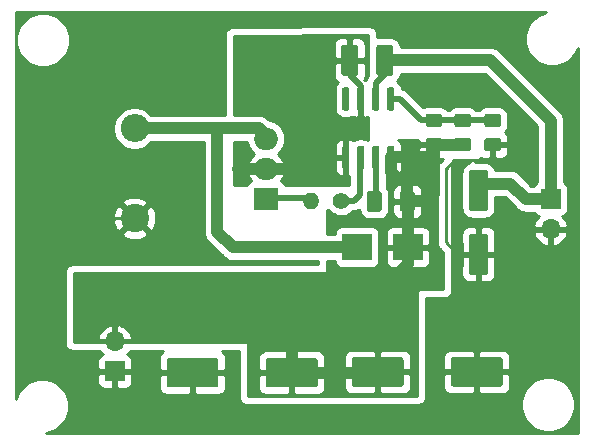
<source format=gbr>
G04 #@! TF.GenerationSoftware,KiCad,Pcbnew,5.1.5+dfsg1-2build2*
G04 #@! TF.CreationDate,2020-12-07T20:52:04+03:00*
G04 #@! TF.ProjectId,PowerNeg,506f7765-724e-4656-972e-6b696361645f,rev?*
G04 #@! TF.SameCoordinates,Original*
G04 #@! TF.FileFunction,Copper,L1,Top*
G04 #@! TF.FilePolarity,Positive*
%FSLAX46Y46*%
G04 Gerber Fmt 4.6, Leading zero omitted, Abs format (unit mm)*
G04 Created by KiCad (PCBNEW 5.1.5+dfsg1-2build2) date 2020-12-07 20:52:04*
%MOMM*%
%LPD*%
G04 APERTURE LIST*
%ADD10C,0.100000*%
%ADD11R,2.500000X2.300000*%
%ADD12O,1.700000X1.700000*%
%ADD13R,1.700000X1.700000*%
%ADD14C,2.400000*%
%ADD15O,2.400000X2.400000*%
%ADD16C,1.400000*%
%ADD17O,1.400000X1.400000*%
%ADD18R,2.000000X1.905000*%
%ADD19O,2.000000X1.905000*%
%ADD20C,0.250000*%
%ADD21C,1.000000*%
%ADD22C,0.500000*%
%ADD23C,0.254000*%
G04 APERTURE END LIST*
G04 #@! TA.AperFunction,SMDPad,CuDef*
D10*
G36*
X200259504Y-88836204D02*
G01*
X200283773Y-88839804D01*
X200307571Y-88845765D01*
X200330671Y-88854030D01*
X200352849Y-88864520D01*
X200373893Y-88877133D01*
X200393598Y-88891747D01*
X200411777Y-88908223D01*
X200428253Y-88926402D01*
X200442867Y-88946107D01*
X200455480Y-88967151D01*
X200465970Y-88989329D01*
X200474235Y-89012429D01*
X200480196Y-89036227D01*
X200483796Y-89060496D01*
X200485000Y-89085000D01*
X200485000Y-90335000D01*
X200483796Y-90359504D01*
X200480196Y-90383773D01*
X200474235Y-90407571D01*
X200465970Y-90430671D01*
X200455480Y-90452849D01*
X200442867Y-90473893D01*
X200428253Y-90493598D01*
X200411777Y-90511777D01*
X200393598Y-90528253D01*
X200373893Y-90542867D01*
X200352849Y-90555480D01*
X200330671Y-90565970D01*
X200307571Y-90574235D01*
X200283773Y-90580196D01*
X200259504Y-90583796D01*
X200235000Y-90585000D01*
X199485000Y-90585000D01*
X199460496Y-90583796D01*
X199436227Y-90580196D01*
X199412429Y-90574235D01*
X199389329Y-90565970D01*
X199367151Y-90555480D01*
X199346107Y-90542867D01*
X199326402Y-90528253D01*
X199308223Y-90511777D01*
X199291747Y-90493598D01*
X199277133Y-90473893D01*
X199264520Y-90452849D01*
X199254030Y-90430671D01*
X199245765Y-90407571D01*
X199239804Y-90383773D01*
X199236204Y-90359504D01*
X199235000Y-90335000D01*
X199235000Y-89085000D01*
X199236204Y-89060496D01*
X199239804Y-89036227D01*
X199245765Y-89012429D01*
X199254030Y-88989329D01*
X199264520Y-88967151D01*
X199277133Y-88946107D01*
X199291747Y-88926402D01*
X199308223Y-88908223D01*
X199326402Y-88891747D01*
X199346107Y-88877133D01*
X199367151Y-88864520D01*
X199389329Y-88854030D01*
X199412429Y-88845765D01*
X199436227Y-88839804D01*
X199460496Y-88836204D01*
X199485000Y-88835000D01*
X200235000Y-88835000D01*
X200259504Y-88836204D01*
G37*
G04 #@! TD.AperFunction*
G04 #@! TA.AperFunction,SMDPad,CuDef*
G36*
X197459504Y-88836204D02*
G01*
X197483773Y-88839804D01*
X197507571Y-88845765D01*
X197530671Y-88854030D01*
X197552849Y-88864520D01*
X197573893Y-88877133D01*
X197593598Y-88891747D01*
X197611777Y-88908223D01*
X197628253Y-88926402D01*
X197642867Y-88946107D01*
X197655480Y-88967151D01*
X197665970Y-88989329D01*
X197674235Y-89012429D01*
X197680196Y-89036227D01*
X197683796Y-89060496D01*
X197685000Y-89085000D01*
X197685000Y-90335000D01*
X197683796Y-90359504D01*
X197680196Y-90383773D01*
X197674235Y-90407571D01*
X197665970Y-90430671D01*
X197655480Y-90452849D01*
X197642867Y-90473893D01*
X197628253Y-90493598D01*
X197611777Y-90511777D01*
X197593598Y-90528253D01*
X197573893Y-90542867D01*
X197552849Y-90555480D01*
X197530671Y-90565970D01*
X197507571Y-90574235D01*
X197483773Y-90580196D01*
X197459504Y-90583796D01*
X197435000Y-90585000D01*
X196685000Y-90585000D01*
X196660496Y-90583796D01*
X196636227Y-90580196D01*
X196612429Y-90574235D01*
X196589329Y-90565970D01*
X196567151Y-90555480D01*
X196546107Y-90542867D01*
X196526402Y-90528253D01*
X196508223Y-90511777D01*
X196491747Y-90493598D01*
X196477133Y-90473893D01*
X196464520Y-90452849D01*
X196454030Y-90430671D01*
X196445765Y-90407571D01*
X196439804Y-90383773D01*
X196436204Y-90359504D01*
X196435000Y-90335000D01*
X196435000Y-89085000D01*
X196436204Y-89060496D01*
X196439804Y-89036227D01*
X196445765Y-89012429D01*
X196454030Y-88989329D01*
X196464520Y-88967151D01*
X196477133Y-88946107D01*
X196491747Y-88926402D01*
X196508223Y-88908223D01*
X196526402Y-88891747D01*
X196546107Y-88877133D01*
X196567151Y-88864520D01*
X196589329Y-88854030D01*
X196612429Y-88845765D01*
X196636227Y-88839804D01*
X196660496Y-88836204D01*
X196685000Y-88835000D01*
X197435000Y-88835000D01*
X197459504Y-88836204D01*
G37*
G04 #@! TD.AperFunction*
D11*
X195600000Y-93590000D03*
X199900000Y-93590000D03*
D12*
X175100000Y-101560000D03*
D13*
X175100000Y-104100000D03*
X211980000Y-89510000D03*
D12*
X211980000Y-92050000D03*
D14*
X176770000Y-91140000D03*
D15*
X176770000Y-83520000D03*
G04 #@! TA.AperFunction,SMDPad,CuDef*
D10*
G36*
X202574505Y-84316204D02*
G01*
X202598773Y-84319804D01*
X202622572Y-84325765D01*
X202645671Y-84334030D01*
X202667850Y-84344520D01*
X202688893Y-84357132D01*
X202708599Y-84371747D01*
X202726777Y-84388223D01*
X202743253Y-84406401D01*
X202757868Y-84426107D01*
X202770480Y-84447150D01*
X202780970Y-84469329D01*
X202789235Y-84492428D01*
X202795196Y-84516227D01*
X202798796Y-84540495D01*
X202800000Y-84564999D01*
X202800000Y-85215001D01*
X202798796Y-85239505D01*
X202795196Y-85263773D01*
X202789235Y-85287572D01*
X202780970Y-85310671D01*
X202770480Y-85332850D01*
X202757868Y-85353893D01*
X202743253Y-85373599D01*
X202726777Y-85391777D01*
X202708599Y-85408253D01*
X202688893Y-85422868D01*
X202667850Y-85435480D01*
X202645671Y-85445970D01*
X202622572Y-85454235D01*
X202598773Y-85460196D01*
X202574505Y-85463796D01*
X202550001Y-85465000D01*
X201649999Y-85465000D01*
X201625495Y-85463796D01*
X201601227Y-85460196D01*
X201577428Y-85454235D01*
X201554329Y-85445970D01*
X201532150Y-85435480D01*
X201511107Y-85422868D01*
X201491401Y-85408253D01*
X201473223Y-85391777D01*
X201456747Y-85373599D01*
X201442132Y-85353893D01*
X201429520Y-85332850D01*
X201419030Y-85310671D01*
X201410765Y-85287572D01*
X201404804Y-85263773D01*
X201401204Y-85239505D01*
X201400000Y-85215001D01*
X201400000Y-84564999D01*
X201401204Y-84540495D01*
X201404804Y-84516227D01*
X201410765Y-84492428D01*
X201419030Y-84469329D01*
X201429520Y-84447150D01*
X201442132Y-84426107D01*
X201456747Y-84406401D01*
X201473223Y-84388223D01*
X201491401Y-84371747D01*
X201511107Y-84357132D01*
X201532150Y-84344520D01*
X201554329Y-84334030D01*
X201577428Y-84325765D01*
X201601227Y-84319804D01*
X201625495Y-84316204D01*
X201649999Y-84315000D01*
X202550001Y-84315000D01*
X202574505Y-84316204D01*
G37*
G04 #@! TD.AperFunction*
G04 #@! TA.AperFunction,SMDPad,CuDef*
G36*
X202574505Y-82266204D02*
G01*
X202598773Y-82269804D01*
X202622572Y-82275765D01*
X202645671Y-82284030D01*
X202667850Y-82294520D01*
X202688893Y-82307132D01*
X202708599Y-82321747D01*
X202726777Y-82338223D01*
X202743253Y-82356401D01*
X202757868Y-82376107D01*
X202770480Y-82397150D01*
X202780970Y-82419329D01*
X202789235Y-82442428D01*
X202795196Y-82466227D01*
X202798796Y-82490495D01*
X202800000Y-82514999D01*
X202800000Y-83165001D01*
X202798796Y-83189505D01*
X202795196Y-83213773D01*
X202789235Y-83237572D01*
X202780970Y-83260671D01*
X202770480Y-83282850D01*
X202757868Y-83303893D01*
X202743253Y-83323599D01*
X202726777Y-83341777D01*
X202708599Y-83358253D01*
X202688893Y-83372868D01*
X202667850Y-83385480D01*
X202645671Y-83395970D01*
X202622572Y-83404235D01*
X202598773Y-83410196D01*
X202574505Y-83413796D01*
X202550001Y-83415000D01*
X201649999Y-83415000D01*
X201625495Y-83413796D01*
X201601227Y-83410196D01*
X201577428Y-83404235D01*
X201554329Y-83395970D01*
X201532150Y-83385480D01*
X201511107Y-83372868D01*
X201491401Y-83358253D01*
X201473223Y-83341777D01*
X201456747Y-83323599D01*
X201442132Y-83303893D01*
X201429520Y-83282850D01*
X201419030Y-83260671D01*
X201410765Y-83237572D01*
X201404804Y-83213773D01*
X201401204Y-83189505D01*
X201400000Y-83165001D01*
X201400000Y-82514999D01*
X201401204Y-82490495D01*
X201404804Y-82466227D01*
X201410765Y-82442428D01*
X201419030Y-82419329D01*
X201429520Y-82397150D01*
X201442132Y-82376107D01*
X201456747Y-82356401D01*
X201473223Y-82338223D01*
X201491401Y-82321747D01*
X201511107Y-82307132D01*
X201532150Y-82294520D01*
X201554329Y-82284030D01*
X201577428Y-82275765D01*
X201601227Y-82269804D01*
X201625495Y-82266204D01*
X201649999Y-82265000D01*
X202550001Y-82265000D01*
X202574505Y-82266204D01*
G37*
G04 #@! TD.AperFunction*
G04 #@! TA.AperFunction,SMDPad,CuDef*
G36*
X207554505Y-82276204D02*
G01*
X207578773Y-82279804D01*
X207602572Y-82285765D01*
X207625671Y-82294030D01*
X207647850Y-82304520D01*
X207668893Y-82317132D01*
X207688599Y-82331747D01*
X207706777Y-82348223D01*
X207723253Y-82366401D01*
X207737868Y-82386107D01*
X207750480Y-82407150D01*
X207760970Y-82429329D01*
X207769235Y-82452428D01*
X207775196Y-82476227D01*
X207778796Y-82500495D01*
X207780000Y-82524999D01*
X207780000Y-83175001D01*
X207778796Y-83199505D01*
X207775196Y-83223773D01*
X207769235Y-83247572D01*
X207760970Y-83270671D01*
X207750480Y-83292850D01*
X207737868Y-83313893D01*
X207723253Y-83333599D01*
X207706777Y-83351777D01*
X207688599Y-83368253D01*
X207668893Y-83382868D01*
X207647850Y-83395480D01*
X207625671Y-83405970D01*
X207602572Y-83414235D01*
X207578773Y-83420196D01*
X207554505Y-83423796D01*
X207530001Y-83425000D01*
X206629999Y-83425000D01*
X206605495Y-83423796D01*
X206581227Y-83420196D01*
X206557428Y-83414235D01*
X206534329Y-83405970D01*
X206512150Y-83395480D01*
X206491107Y-83382868D01*
X206471401Y-83368253D01*
X206453223Y-83351777D01*
X206436747Y-83333599D01*
X206422132Y-83313893D01*
X206409520Y-83292850D01*
X206399030Y-83270671D01*
X206390765Y-83247572D01*
X206384804Y-83223773D01*
X206381204Y-83199505D01*
X206380000Y-83175001D01*
X206380000Y-82524999D01*
X206381204Y-82500495D01*
X206384804Y-82476227D01*
X206390765Y-82452428D01*
X206399030Y-82429329D01*
X206409520Y-82407150D01*
X206422132Y-82386107D01*
X206436747Y-82366401D01*
X206453223Y-82348223D01*
X206471401Y-82331747D01*
X206491107Y-82317132D01*
X206512150Y-82304520D01*
X206534329Y-82294030D01*
X206557428Y-82285765D01*
X206581227Y-82279804D01*
X206605495Y-82276204D01*
X206629999Y-82275000D01*
X207530001Y-82275000D01*
X207554505Y-82276204D01*
G37*
G04 #@! TD.AperFunction*
G04 #@! TA.AperFunction,SMDPad,CuDef*
G36*
X207554505Y-84326204D02*
G01*
X207578773Y-84329804D01*
X207602572Y-84335765D01*
X207625671Y-84344030D01*
X207647850Y-84354520D01*
X207668893Y-84367132D01*
X207688599Y-84381747D01*
X207706777Y-84398223D01*
X207723253Y-84416401D01*
X207737868Y-84436107D01*
X207750480Y-84457150D01*
X207760970Y-84479329D01*
X207769235Y-84502428D01*
X207775196Y-84526227D01*
X207778796Y-84550495D01*
X207780000Y-84574999D01*
X207780000Y-85225001D01*
X207778796Y-85249505D01*
X207775196Y-85273773D01*
X207769235Y-85297572D01*
X207760970Y-85320671D01*
X207750480Y-85342850D01*
X207737868Y-85363893D01*
X207723253Y-85383599D01*
X207706777Y-85401777D01*
X207688599Y-85418253D01*
X207668893Y-85432868D01*
X207647850Y-85445480D01*
X207625671Y-85455970D01*
X207602572Y-85464235D01*
X207578773Y-85470196D01*
X207554505Y-85473796D01*
X207530001Y-85475000D01*
X206629999Y-85475000D01*
X206605495Y-85473796D01*
X206581227Y-85470196D01*
X206557428Y-85464235D01*
X206534329Y-85455970D01*
X206512150Y-85445480D01*
X206491107Y-85432868D01*
X206471401Y-85418253D01*
X206453223Y-85401777D01*
X206436747Y-85383599D01*
X206422132Y-85363893D01*
X206409520Y-85342850D01*
X206399030Y-85320671D01*
X206390765Y-85297572D01*
X206384804Y-85273773D01*
X206381204Y-85249505D01*
X206380000Y-85225001D01*
X206380000Y-84574999D01*
X206381204Y-84550495D01*
X206384804Y-84526227D01*
X206390765Y-84502428D01*
X206399030Y-84479329D01*
X206409520Y-84457150D01*
X206422132Y-84436107D01*
X206436747Y-84416401D01*
X206453223Y-84398223D01*
X206471401Y-84381747D01*
X206491107Y-84367132D01*
X206512150Y-84354520D01*
X206534329Y-84344030D01*
X206557428Y-84335765D01*
X206581227Y-84329804D01*
X206605495Y-84326204D01*
X206629999Y-84325000D01*
X207530001Y-84325000D01*
X207554505Y-84326204D01*
G37*
G04 #@! TD.AperFunction*
G04 #@! TA.AperFunction,SMDPad,CuDef*
G36*
X198434504Y-76436204D02*
G01*
X198458773Y-76439804D01*
X198482571Y-76445765D01*
X198505671Y-76454030D01*
X198527849Y-76464520D01*
X198548893Y-76477133D01*
X198568598Y-76491747D01*
X198586777Y-76508223D01*
X198603253Y-76526402D01*
X198617867Y-76546107D01*
X198630480Y-76567151D01*
X198640970Y-76589329D01*
X198649235Y-76612429D01*
X198655196Y-76636227D01*
X198658796Y-76660496D01*
X198660000Y-76685000D01*
X198660000Y-78835000D01*
X198658796Y-78859504D01*
X198655196Y-78883773D01*
X198649235Y-78907571D01*
X198640970Y-78930671D01*
X198630480Y-78952849D01*
X198617867Y-78973893D01*
X198603253Y-78993598D01*
X198586777Y-79011777D01*
X198568598Y-79028253D01*
X198548893Y-79042867D01*
X198527849Y-79055480D01*
X198505671Y-79065970D01*
X198482571Y-79074235D01*
X198458773Y-79080196D01*
X198434504Y-79083796D01*
X198410000Y-79085000D01*
X197485000Y-79085000D01*
X197460496Y-79083796D01*
X197436227Y-79080196D01*
X197412429Y-79074235D01*
X197389329Y-79065970D01*
X197367151Y-79055480D01*
X197346107Y-79042867D01*
X197326402Y-79028253D01*
X197308223Y-79011777D01*
X197291747Y-78993598D01*
X197277133Y-78973893D01*
X197264520Y-78952849D01*
X197254030Y-78930671D01*
X197245765Y-78907571D01*
X197239804Y-78883773D01*
X197236204Y-78859504D01*
X197235000Y-78835000D01*
X197235000Y-76685000D01*
X197236204Y-76660496D01*
X197239804Y-76636227D01*
X197245765Y-76612429D01*
X197254030Y-76589329D01*
X197264520Y-76567151D01*
X197277133Y-76546107D01*
X197291747Y-76526402D01*
X197308223Y-76508223D01*
X197326402Y-76491747D01*
X197346107Y-76477133D01*
X197367151Y-76464520D01*
X197389329Y-76454030D01*
X197412429Y-76445765D01*
X197436227Y-76439804D01*
X197460496Y-76436204D01*
X197485000Y-76435000D01*
X198410000Y-76435000D01*
X198434504Y-76436204D01*
G37*
G04 #@! TD.AperFunction*
G04 #@! TA.AperFunction,SMDPad,CuDef*
G36*
X195459504Y-76436204D02*
G01*
X195483773Y-76439804D01*
X195507571Y-76445765D01*
X195530671Y-76454030D01*
X195552849Y-76464520D01*
X195573893Y-76477133D01*
X195593598Y-76491747D01*
X195611777Y-76508223D01*
X195628253Y-76526402D01*
X195642867Y-76546107D01*
X195655480Y-76567151D01*
X195665970Y-76589329D01*
X195674235Y-76612429D01*
X195680196Y-76636227D01*
X195683796Y-76660496D01*
X195685000Y-76685000D01*
X195685000Y-78835000D01*
X195683796Y-78859504D01*
X195680196Y-78883773D01*
X195674235Y-78907571D01*
X195665970Y-78930671D01*
X195655480Y-78952849D01*
X195642867Y-78973893D01*
X195628253Y-78993598D01*
X195611777Y-79011777D01*
X195593598Y-79028253D01*
X195573893Y-79042867D01*
X195552849Y-79055480D01*
X195530671Y-79065970D01*
X195507571Y-79074235D01*
X195483773Y-79080196D01*
X195459504Y-79083796D01*
X195435000Y-79085000D01*
X194510000Y-79085000D01*
X194485496Y-79083796D01*
X194461227Y-79080196D01*
X194437429Y-79074235D01*
X194414329Y-79065970D01*
X194392151Y-79055480D01*
X194371107Y-79042867D01*
X194351402Y-79028253D01*
X194333223Y-79011777D01*
X194316747Y-78993598D01*
X194302133Y-78973893D01*
X194289520Y-78952849D01*
X194279030Y-78930671D01*
X194270765Y-78907571D01*
X194264804Y-78883773D01*
X194261204Y-78859504D01*
X194260000Y-78835000D01*
X194260000Y-76685000D01*
X194261204Y-76660496D01*
X194264804Y-76636227D01*
X194270765Y-76612429D01*
X194279030Y-76589329D01*
X194289520Y-76567151D01*
X194302133Y-76546107D01*
X194316747Y-76526402D01*
X194333223Y-76508223D01*
X194351402Y-76491747D01*
X194371107Y-76477133D01*
X194392151Y-76464520D01*
X194414329Y-76454030D01*
X194437429Y-76445765D01*
X194461227Y-76439804D01*
X194485496Y-76436204D01*
X194510000Y-76435000D01*
X195435000Y-76435000D01*
X195459504Y-76436204D01*
G37*
G04 #@! TD.AperFunction*
G04 #@! TA.AperFunction,SMDPad,CuDef*
G36*
X194799703Y-85010722D02*
G01*
X194814264Y-85012882D01*
X194828543Y-85016459D01*
X194842403Y-85021418D01*
X194855710Y-85027712D01*
X194868336Y-85035280D01*
X194880159Y-85044048D01*
X194891066Y-85053934D01*
X194900952Y-85064841D01*
X194909720Y-85076664D01*
X194917288Y-85089290D01*
X194923582Y-85102597D01*
X194928541Y-85116457D01*
X194932118Y-85130736D01*
X194934278Y-85145297D01*
X194935000Y-85160000D01*
X194935000Y-86810000D01*
X194934278Y-86824703D01*
X194932118Y-86839264D01*
X194928541Y-86853543D01*
X194923582Y-86867403D01*
X194917288Y-86880710D01*
X194909720Y-86893336D01*
X194900952Y-86905159D01*
X194891066Y-86916066D01*
X194880159Y-86925952D01*
X194868336Y-86934720D01*
X194855710Y-86942288D01*
X194842403Y-86948582D01*
X194828543Y-86953541D01*
X194814264Y-86957118D01*
X194799703Y-86959278D01*
X194785000Y-86960000D01*
X194485000Y-86960000D01*
X194470297Y-86959278D01*
X194455736Y-86957118D01*
X194441457Y-86953541D01*
X194427597Y-86948582D01*
X194414290Y-86942288D01*
X194401664Y-86934720D01*
X194389841Y-86925952D01*
X194378934Y-86916066D01*
X194369048Y-86905159D01*
X194360280Y-86893336D01*
X194352712Y-86880710D01*
X194346418Y-86867403D01*
X194341459Y-86853543D01*
X194337882Y-86839264D01*
X194335722Y-86824703D01*
X194335000Y-86810000D01*
X194335000Y-85160000D01*
X194335722Y-85145297D01*
X194337882Y-85130736D01*
X194341459Y-85116457D01*
X194346418Y-85102597D01*
X194352712Y-85089290D01*
X194360280Y-85076664D01*
X194369048Y-85064841D01*
X194378934Y-85053934D01*
X194389841Y-85044048D01*
X194401664Y-85035280D01*
X194414290Y-85027712D01*
X194427597Y-85021418D01*
X194441457Y-85016459D01*
X194455736Y-85012882D01*
X194470297Y-85010722D01*
X194485000Y-85010000D01*
X194785000Y-85010000D01*
X194799703Y-85010722D01*
G37*
G04 #@! TD.AperFunction*
G04 #@! TA.AperFunction,SMDPad,CuDef*
G36*
X196069703Y-85010722D02*
G01*
X196084264Y-85012882D01*
X196098543Y-85016459D01*
X196112403Y-85021418D01*
X196125710Y-85027712D01*
X196138336Y-85035280D01*
X196150159Y-85044048D01*
X196161066Y-85053934D01*
X196170952Y-85064841D01*
X196179720Y-85076664D01*
X196187288Y-85089290D01*
X196193582Y-85102597D01*
X196198541Y-85116457D01*
X196202118Y-85130736D01*
X196204278Y-85145297D01*
X196205000Y-85160000D01*
X196205000Y-86810000D01*
X196204278Y-86824703D01*
X196202118Y-86839264D01*
X196198541Y-86853543D01*
X196193582Y-86867403D01*
X196187288Y-86880710D01*
X196179720Y-86893336D01*
X196170952Y-86905159D01*
X196161066Y-86916066D01*
X196150159Y-86925952D01*
X196138336Y-86934720D01*
X196125710Y-86942288D01*
X196112403Y-86948582D01*
X196098543Y-86953541D01*
X196084264Y-86957118D01*
X196069703Y-86959278D01*
X196055000Y-86960000D01*
X195755000Y-86960000D01*
X195740297Y-86959278D01*
X195725736Y-86957118D01*
X195711457Y-86953541D01*
X195697597Y-86948582D01*
X195684290Y-86942288D01*
X195671664Y-86934720D01*
X195659841Y-86925952D01*
X195648934Y-86916066D01*
X195639048Y-86905159D01*
X195630280Y-86893336D01*
X195622712Y-86880710D01*
X195616418Y-86867403D01*
X195611459Y-86853543D01*
X195607882Y-86839264D01*
X195605722Y-86824703D01*
X195605000Y-86810000D01*
X195605000Y-85160000D01*
X195605722Y-85145297D01*
X195607882Y-85130736D01*
X195611459Y-85116457D01*
X195616418Y-85102597D01*
X195622712Y-85089290D01*
X195630280Y-85076664D01*
X195639048Y-85064841D01*
X195648934Y-85053934D01*
X195659841Y-85044048D01*
X195671664Y-85035280D01*
X195684290Y-85027712D01*
X195697597Y-85021418D01*
X195711457Y-85016459D01*
X195725736Y-85012882D01*
X195740297Y-85010722D01*
X195755000Y-85010000D01*
X196055000Y-85010000D01*
X196069703Y-85010722D01*
G37*
G04 #@! TD.AperFunction*
G04 #@! TA.AperFunction,SMDPad,CuDef*
G36*
X197339703Y-85010722D02*
G01*
X197354264Y-85012882D01*
X197368543Y-85016459D01*
X197382403Y-85021418D01*
X197395710Y-85027712D01*
X197408336Y-85035280D01*
X197420159Y-85044048D01*
X197431066Y-85053934D01*
X197440952Y-85064841D01*
X197449720Y-85076664D01*
X197457288Y-85089290D01*
X197463582Y-85102597D01*
X197468541Y-85116457D01*
X197472118Y-85130736D01*
X197474278Y-85145297D01*
X197475000Y-85160000D01*
X197475000Y-86810000D01*
X197474278Y-86824703D01*
X197472118Y-86839264D01*
X197468541Y-86853543D01*
X197463582Y-86867403D01*
X197457288Y-86880710D01*
X197449720Y-86893336D01*
X197440952Y-86905159D01*
X197431066Y-86916066D01*
X197420159Y-86925952D01*
X197408336Y-86934720D01*
X197395710Y-86942288D01*
X197382403Y-86948582D01*
X197368543Y-86953541D01*
X197354264Y-86957118D01*
X197339703Y-86959278D01*
X197325000Y-86960000D01*
X197025000Y-86960000D01*
X197010297Y-86959278D01*
X196995736Y-86957118D01*
X196981457Y-86953541D01*
X196967597Y-86948582D01*
X196954290Y-86942288D01*
X196941664Y-86934720D01*
X196929841Y-86925952D01*
X196918934Y-86916066D01*
X196909048Y-86905159D01*
X196900280Y-86893336D01*
X196892712Y-86880710D01*
X196886418Y-86867403D01*
X196881459Y-86853543D01*
X196877882Y-86839264D01*
X196875722Y-86824703D01*
X196875000Y-86810000D01*
X196875000Y-85160000D01*
X196875722Y-85145297D01*
X196877882Y-85130736D01*
X196881459Y-85116457D01*
X196886418Y-85102597D01*
X196892712Y-85089290D01*
X196900280Y-85076664D01*
X196909048Y-85064841D01*
X196918934Y-85053934D01*
X196929841Y-85044048D01*
X196941664Y-85035280D01*
X196954290Y-85027712D01*
X196967597Y-85021418D01*
X196981457Y-85016459D01*
X196995736Y-85012882D01*
X197010297Y-85010722D01*
X197025000Y-85010000D01*
X197325000Y-85010000D01*
X197339703Y-85010722D01*
G37*
G04 #@! TD.AperFunction*
G04 #@! TA.AperFunction,SMDPad,CuDef*
G36*
X198609703Y-85010722D02*
G01*
X198624264Y-85012882D01*
X198638543Y-85016459D01*
X198652403Y-85021418D01*
X198665710Y-85027712D01*
X198678336Y-85035280D01*
X198690159Y-85044048D01*
X198701066Y-85053934D01*
X198710952Y-85064841D01*
X198719720Y-85076664D01*
X198727288Y-85089290D01*
X198733582Y-85102597D01*
X198738541Y-85116457D01*
X198742118Y-85130736D01*
X198744278Y-85145297D01*
X198745000Y-85160000D01*
X198745000Y-86810000D01*
X198744278Y-86824703D01*
X198742118Y-86839264D01*
X198738541Y-86853543D01*
X198733582Y-86867403D01*
X198727288Y-86880710D01*
X198719720Y-86893336D01*
X198710952Y-86905159D01*
X198701066Y-86916066D01*
X198690159Y-86925952D01*
X198678336Y-86934720D01*
X198665710Y-86942288D01*
X198652403Y-86948582D01*
X198638543Y-86953541D01*
X198624264Y-86957118D01*
X198609703Y-86959278D01*
X198595000Y-86960000D01*
X198295000Y-86960000D01*
X198280297Y-86959278D01*
X198265736Y-86957118D01*
X198251457Y-86953541D01*
X198237597Y-86948582D01*
X198224290Y-86942288D01*
X198211664Y-86934720D01*
X198199841Y-86925952D01*
X198188934Y-86916066D01*
X198179048Y-86905159D01*
X198170280Y-86893336D01*
X198162712Y-86880710D01*
X198156418Y-86867403D01*
X198151459Y-86853543D01*
X198147882Y-86839264D01*
X198145722Y-86824703D01*
X198145000Y-86810000D01*
X198145000Y-85160000D01*
X198145722Y-85145297D01*
X198147882Y-85130736D01*
X198151459Y-85116457D01*
X198156418Y-85102597D01*
X198162712Y-85089290D01*
X198170280Y-85076664D01*
X198179048Y-85064841D01*
X198188934Y-85053934D01*
X198199841Y-85044048D01*
X198211664Y-85035280D01*
X198224290Y-85027712D01*
X198237597Y-85021418D01*
X198251457Y-85016459D01*
X198265736Y-85012882D01*
X198280297Y-85010722D01*
X198295000Y-85010000D01*
X198595000Y-85010000D01*
X198609703Y-85010722D01*
G37*
G04 #@! TD.AperFunction*
G04 #@! TA.AperFunction,SMDPad,CuDef*
G36*
X198609703Y-80060722D02*
G01*
X198624264Y-80062882D01*
X198638543Y-80066459D01*
X198652403Y-80071418D01*
X198665710Y-80077712D01*
X198678336Y-80085280D01*
X198690159Y-80094048D01*
X198701066Y-80103934D01*
X198710952Y-80114841D01*
X198719720Y-80126664D01*
X198727288Y-80139290D01*
X198733582Y-80152597D01*
X198738541Y-80166457D01*
X198742118Y-80180736D01*
X198744278Y-80195297D01*
X198745000Y-80210000D01*
X198745000Y-81860000D01*
X198744278Y-81874703D01*
X198742118Y-81889264D01*
X198738541Y-81903543D01*
X198733582Y-81917403D01*
X198727288Y-81930710D01*
X198719720Y-81943336D01*
X198710952Y-81955159D01*
X198701066Y-81966066D01*
X198690159Y-81975952D01*
X198678336Y-81984720D01*
X198665710Y-81992288D01*
X198652403Y-81998582D01*
X198638543Y-82003541D01*
X198624264Y-82007118D01*
X198609703Y-82009278D01*
X198595000Y-82010000D01*
X198295000Y-82010000D01*
X198280297Y-82009278D01*
X198265736Y-82007118D01*
X198251457Y-82003541D01*
X198237597Y-81998582D01*
X198224290Y-81992288D01*
X198211664Y-81984720D01*
X198199841Y-81975952D01*
X198188934Y-81966066D01*
X198179048Y-81955159D01*
X198170280Y-81943336D01*
X198162712Y-81930710D01*
X198156418Y-81917403D01*
X198151459Y-81903543D01*
X198147882Y-81889264D01*
X198145722Y-81874703D01*
X198145000Y-81860000D01*
X198145000Y-80210000D01*
X198145722Y-80195297D01*
X198147882Y-80180736D01*
X198151459Y-80166457D01*
X198156418Y-80152597D01*
X198162712Y-80139290D01*
X198170280Y-80126664D01*
X198179048Y-80114841D01*
X198188934Y-80103934D01*
X198199841Y-80094048D01*
X198211664Y-80085280D01*
X198224290Y-80077712D01*
X198237597Y-80071418D01*
X198251457Y-80066459D01*
X198265736Y-80062882D01*
X198280297Y-80060722D01*
X198295000Y-80060000D01*
X198595000Y-80060000D01*
X198609703Y-80060722D01*
G37*
G04 #@! TD.AperFunction*
G04 #@! TA.AperFunction,SMDPad,CuDef*
G36*
X197339703Y-80060722D02*
G01*
X197354264Y-80062882D01*
X197368543Y-80066459D01*
X197382403Y-80071418D01*
X197395710Y-80077712D01*
X197408336Y-80085280D01*
X197420159Y-80094048D01*
X197431066Y-80103934D01*
X197440952Y-80114841D01*
X197449720Y-80126664D01*
X197457288Y-80139290D01*
X197463582Y-80152597D01*
X197468541Y-80166457D01*
X197472118Y-80180736D01*
X197474278Y-80195297D01*
X197475000Y-80210000D01*
X197475000Y-81860000D01*
X197474278Y-81874703D01*
X197472118Y-81889264D01*
X197468541Y-81903543D01*
X197463582Y-81917403D01*
X197457288Y-81930710D01*
X197449720Y-81943336D01*
X197440952Y-81955159D01*
X197431066Y-81966066D01*
X197420159Y-81975952D01*
X197408336Y-81984720D01*
X197395710Y-81992288D01*
X197382403Y-81998582D01*
X197368543Y-82003541D01*
X197354264Y-82007118D01*
X197339703Y-82009278D01*
X197325000Y-82010000D01*
X197025000Y-82010000D01*
X197010297Y-82009278D01*
X196995736Y-82007118D01*
X196981457Y-82003541D01*
X196967597Y-81998582D01*
X196954290Y-81992288D01*
X196941664Y-81984720D01*
X196929841Y-81975952D01*
X196918934Y-81966066D01*
X196909048Y-81955159D01*
X196900280Y-81943336D01*
X196892712Y-81930710D01*
X196886418Y-81917403D01*
X196881459Y-81903543D01*
X196877882Y-81889264D01*
X196875722Y-81874703D01*
X196875000Y-81860000D01*
X196875000Y-80210000D01*
X196875722Y-80195297D01*
X196877882Y-80180736D01*
X196881459Y-80166457D01*
X196886418Y-80152597D01*
X196892712Y-80139290D01*
X196900280Y-80126664D01*
X196909048Y-80114841D01*
X196918934Y-80103934D01*
X196929841Y-80094048D01*
X196941664Y-80085280D01*
X196954290Y-80077712D01*
X196967597Y-80071418D01*
X196981457Y-80066459D01*
X196995736Y-80062882D01*
X197010297Y-80060722D01*
X197025000Y-80060000D01*
X197325000Y-80060000D01*
X197339703Y-80060722D01*
G37*
G04 #@! TD.AperFunction*
G04 #@! TA.AperFunction,SMDPad,CuDef*
G36*
X196069703Y-80060722D02*
G01*
X196084264Y-80062882D01*
X196098543Y-80066459D01*
X196112403Y-80071418D01*
X196125710Y-80077712D01*
X196138336Y-80085280D01*
X196150159Y-80094048D01*
X196161066Y-80103934D01*
X196170952Y-80114841D01*
X196179720Y-80126664D01*
X196187288Y-80139290D01*
X196193582Y-80152597D01*
X196198541Y-80166457D01*
X196202118Y-80180736D01*
X196204278Y-80195297D01*
X196205000Y-80210000D01*
X196205000Y-81860000D01*
X196204278Y-81874703D01*
X196202118Y-81889264D01*
X196198541Y-81903543D01*
X196193582Y-81917403D01*
X196187288Y-81930710D01*
X196179720Y-81943336D01*
X196170952Y-81955159D01*
X196161066Y-81966066D01*
X196150159Y-81975952D01*
X196138336Y-81984720D01*
X196125710Y-81992288D01*
X196112403Y-81998582D01*
X196098543Y-82003541D01*
X196084264Y-82007118D01*
X196069703Y-82009278D01*
X196055000Y-82010000D01*
X195755000Y-82010000D01*
X195740297Y-82009278D01*
X195725736Y-82007118D01*
X195711457Y-82003541D01*
X195697597Y-81998582D01*
X195684290Y-81992288D01*
X195671664Y-81984720D01*
X195659841Y-81975952D01*
X195648934Y-81966066D01*
X195639048Y-81955159D01*
X195630280Y-81943336D01*
X195622712Y-81930710D01*
X195616418Y-81917403D01*
X195611459Y-81903543D01*
X195607882Y-81889264D01*
X195605722Y-81874703D01*
X195605000Y-81860000D01*
X195605000Y-80210000D01*
X195605722Y-80195297D01*
X195607882Y-80180736D01*
X195611459Y-80166457D01*
X195616418Y-80152597D01*
X195622712Y-80139290D01*
X195630280Y-80126664D01*
X195639048Y-80114841D01*
X195648934Y-80103934D01*
X195659841Y-80094048D01*
X195671664Y-80085280D01*
X195684290Y-80077712D01*
X195697597Y-80071418D01*
X195711457Y-80066459D01*
X195725736Y-80062882D01*
X195740297Y-80060722D01*
X195755000Y-80060000D01*
X196055000Y-80060000D01*
X196069703Y-80060722D01*
G37*
G04 #@! TD.AperFunction*
G04 #@! TA.AperFunction,SMDPad,CuDef*
G36*
X194799703Y-80060722D02*
G01*
X194814264Y-80062882D01*
X194828543Y-80066459D01*
X194842403Y-80071418D01*
X194855710Y-80077712D01*
X194868336Y-80085280D01*
X194880159Y-80094048D01*
X194891066Y-80103934D01*
X194900952Y-80114841D01*
X194909720Y-80126664D01*
X194917288Y-80139290D01*
X194923582Y-80152597D01*
X194928541Y-80166457D01*
X194932118Y-80180736D01*
X194934278Y-80195297D01*
X194935000Y-80210000D01*
X194935000Y-81860000D01*
X194934278Y-81874703D01*
X194932118Y-81889264D01*
X194928541Y-81903543D01*
X194923582Y-81917403D01*
X194917288Y-81930710D01*
X194909720Y-81943336D01*
X194900952Y-81955159D01*
X194891066Y-81966066D01*
X194880159Y-81975952D01*
X194868336Y-81984720D01*
X194855710Y-81992288D01*
X194842403Y-81998582D01*
X194828543Y-82003541D01*
X194814264Y-82007118D01*
X194799703Y-82009278D01*
X194785000Y-82010000D01*
X194485000Y-82010000D01*
X194470297Y-82009278D01*
X194455736Y-82007118D01*
X194441457Y-82003541D01*
X194427597Y-81998582D01*
X194414290Y-81992288D01*
X194401664Y-81984720D01*
X194389841Y-81975952D01*
X194378934Y-81966066D01*
X194369048Y-81955159D01*
X194360280Y-81943336D01*
X194352712Y-81930710D01*
X194346418Y-81917403D01*
X194341459Y-81903543D01*
X194337882Y-81889264D01*
X194335722Y-81874703D01*
X194335000Y-81860000D01*
X194335000Y-80210000D01*
X194335722Y-80195297D01*
X194337882Y-80180736D01*
X194341459Y-80166457D01*
X194346418Y-80152597D01*
X194352712Y-80139290D01*
X194360280Y-80126664D01*
X194369048Y-80114841D01*
X194378934Y-80103934D01*
X194389841Y-80094048D01*
X194401664Y-80085280D01*
X194414290Y-80077712D01*
X194427597Y-80071418D01*
X194441457Y-80066459D01*
X194455736Y-80062882D01*
X194470297Y-80060722D01*
X194485000Y-80060000D01*
X194785000Y-80060000D01*
X194799703Y-80060722D01*
G37*
G04 #@! TD.AperFunction*
G04 #@! TA.AperFunction,SMDPad,CuDef*
G36*
X205014505Y-82271204D02*
G01*
X205038773Y-82274804D01*
X205062572Y-82280765D01*
X205085671Y-82289030D01*
X205107850Y-82299520D01*
X205128893Y-82312132D01*
X205148599Y-82326747D01*
X205166777Y-82343223D01*
X205183253Y-82361401D01*
X205197868Y-82381107D01*
X205210480Y-82402150D01*
X205220970Y-82424329D01*
X205229235Y-82447428D01*
X205235196Y-82471227D01*
X205238796Y-82495495D01*
X205240000Y-82519999D01*
X205240000Y-83170001D01*
X205238796Y-83194505D01*
X205235196Y-83218773D01*
X205229235Y-83242572D01*
X205220970Y-83265671D01*
X205210480Y-83287850D01*
X205197868Y-83308893D01*
X205183253Y-83328599D01*
X205166777Y-83346777D01*
X205148599Y-83363253D01*
X205128893Y-83377868D01*
X205107850Y-83390480D01*
X205085671Y-83400970D01*
X205062572Y-83409235D01*
X205038773Y-83415196D01*
X205014505Y-83418796D01*
X204990001Y-83420000D01*
X204089999Y-83420000D01*
X204065495Y-83418796D01*
X204041227Y-83415196D01*
X204017428Y-83409235D01*
X203994329Y-83400970D01*
X203972150Y-83390480D01*
X203951107Y-83377868D01*
X203931401Y-83363253D01*
X203913223Y-83346777D01*
X203896747Y-83328599D01*
X203882132Y-83308893D01*
X203869520Y-83287850D01*
X203859030Y-83265671D01*
X203850765Y-83242572D01*
X203844804Y-83218773D01*
X203841204Y-83194505D01*
X203840000Y-83170001D01*
X203840000Y-82519999D01*
X203841204Y-82495495D01*
X203844804Y-82471227D01*
X203850765Y-82447428D01*
X203859030Y-82424329D01*
X203869520Y-82402150D01*
X203882132Y-82381107D01*
X203896747Y-82361401D01*
X203913223Y-82343223D01*
X203931401Y-82326747D01*
X203951107Y-82312132D01*
X203972150Y-82299520D01*
X203994329Y-82289030D01*
X204017428Y-82280765D01*
X204041227Y-82274804D01*
X204065495Y-82271204D01*
X204089999Y-82270000D01*
X204990001Y-82270000D01*
X205014505Y-82271204D01*
G37*
G04 #@! TD.AperFunction*
G04 #@! TA.AperFunction,SMDPad,CuDef*
G36*
X205014505Y-84321204D02*
G01*
X205038773Y-84324804D01*
X205062572Y-84330765D01*
X205085671Y-84339030D01*
X205107850Y-84349520D01*
X205128893Y-84362132D01*
X205148599Y-84376747D01*
X205166777Y-84393223D01*
X205183253Y-84411401D01*
X205197868Y-84431107D01*
X205210480Y-84452150D01*
X205220970Y-84474329D01*
X205229235Y-84497428D01*
X205235196Y-84521227D01*
X205238796Y-84545495D01*
X205240000Y-84569999D01*
X205240000Y-85220001D01*
X205238796Y-85244505D01*
X205235196Y-85268773D01*
X205229235Y-85292572D01*
X205220970Y-85315671D01*
X205210480Y-85337850D01*
X205197868Y-85358893D01*
X205183253Y-85378599D01*
X205166777Y-85396777D01*
X205148599Y-85413253D01*
X205128893Y-85427868D01*
X205107850Y-85440480D01*
X205085671Y-85450970D01*
X205062572Y-85459235D01*
X205038773Y-85465196D01*
X205014505Y-85468796D01*
X204990001Y-85470000D01*
X204089999Y-85470000D01*
X204065495Y-85468796D01*
X204041227Y-85465196D01*
X204017428Y-85459235D01*
X203994329Y-85450970D01*
X203972150Y-85440480D01*
X203951107Y-85427868D01*
X203931401Y-85413253D01*
X203913223Y-85396777D01*
X203896747Y-85378599D01*
X203882132Y-85358893D01*
X203869520Y-85337850D01*
X203859030Y-85315671D01*
X203850765Y-85292572D01*
X203844804Y-85268773D01*
X203841204Y-85244505D01*
X203840000Y-85220001D01*
X203840000Y-84569999D01*
X203841204Y-84545495D01*
X203844804Y-84521227D01*
X203850765Y-84497428D01*
X203859030Y-84474329D01*
X203869520Y-84452150D01*
X203882132Y-84431107D01*
X203896747Y-84411401D01*
X203913223Y-84393223D01*
X203931401Y-84376747D01*
X203951107Y-84362132D01*
X203972150Y-84349520D01*
X203994329Y-84339030D01*
X204017428Y-84330765D01*
X204041227Y-84324804D01*
X204065495Y-84321204D01*
X204089999Y-84320000D01*
X204990001Y-84320000D01*
X205014505Y-84321204D01*
G37*
G04 #@! TD.AperFunction*
G04 #@! TA.AperFunction,SMDPad,CuDef*
G36*
X207714504Y-102891204D02*
G01*
X207738773Y-102894804D01*
X207762571Y-102900765D01*
X207785671Y-102909030D01*
X207807849Y-102919520D01*
X207828893Y-102932133D01*
X207848598Y-102946747D01*
X207866777Y-102963223D01*
X207883253Y-102981402D01*
X207897867Y-103001107D01*
X207910480Y-103022151D01*
X207920970Y-103044329D01*
X207929235Y-103067429D01*
X207935196Y-103091227D01*
X207938796Y-103115496D01*
X207940000Y-103140000D01*
X207940000Y-105140000D01*
X207938796Y-105164504D01*
X207935196Y-105188773D01*
X207929235Y-105212571D01*
X207920970Y-105235671D01*
X207910480Y-105257849D01*
X207897867Y-105278893D01*
X207883253Y-105298598D01*
X207866777Y-105316777D01*
X207848598Y-105333253D01*
X207828893Y-105347867D01*
X207807849Y-105360480D01*
X207785671Y-105370970D01*
X207762571Y-105379235D01*
X207738773Y-105385196D01*
X207714504Y-105388796D01*
X207690000Y-105390000D01*
X203790000Y-105390000D01*
X203765496Y-105388796D01*
X203741227Y-105385196D01*
X203717429Y-105379235D01*
X203694329Y-105370970D01*
X203672151Y-105360480D01*
X203651107Y-105347867D01*
X203631402Y-105333253D01*
X203613223Y-105316777D01*
X203596747Y-105298598D01*
X203582133Y-105278893D01*
X203569520Y-105257849D01*
X203559030Y-105235671D01*
X203550765Y-105212571D01*
X203544804Y-105188773D01*
X203541204Y-105164504D01*
X203540000Y-105140000D01*
X203540000Y-103140000D01*
X203541204Y-103115496D01*
X203544804Y-103091227D01*
X203550765Y-103067429D01*
X203559030Y-103044329D01*
X203569520Y-103022151D01*
X203582133Y-103001107D01*
X203596747Y-102981402D01*
X203613223Y-102963223D01*
X203631402Y-102946747D01*
X203651107Y-102932133D01*
X203672151Y-102919520D01*
X203694329Y-102909030D01*
X203717429Y-102900765D01*
X203741227Y-102894804D01*
X203765496Y-102891204D01*
X203790000Y-102890000D01*
X207690000Y-102890000D01*
X207714504Y-102891204D01*
G37*
G04 #@! TD.AperFunction*
G04 #@! TA.AperFunction,SMDPad,CuDef*
G36*
X199314504Y-102891204D02*
G01*
X199338773Y-102894804D01*
X199362571Y-102900765D01*
X199385671Y-102909030D01*
X199407849Y-102919520D01*
X199428893Y-102932133D01*
X199448598Y-102946747D01*
X199466777Y-102963223D01*
X199483253Y-102981402D01*
X199497867Y-103001107D01*
X199510480Y-103022151D01*
X199520970Y-103044329D01*
X199529235Y-103067429D01*
X199535196Y-103091227D01*
X199538796Y-103115496D01*
X199540000Y-103140000D01*
X199540000Y-105140000D01*
X199538796Y-105164504D01*
X199535196Y-105188773D01*
X199529235Y-105212571D01*
X199520970Y-105235671D01*
X199510480Y-105257849D01*
X199497867Y-105278893D01*
X199483253Y-105298598D01*
X199466777Y-105316777D01*
X199448598Y-105333253D01*
X199428893Y-105347867D01*
X199407849Y-105360480D01*
X199385671Y-105370970D01*
X199362571Y-105379235D01*
X199338773Y-105385196D01*
X199314504Y-105388796D01*
X199290000Y-105390000D01*
X195390000Y-105390000D01*
X195365496Y-105388796D01*
X195341227Y-105385196D01*
X195317429Y-105379235D01*
X195294329Y-105370970D01*
X195272151Y-105360480D01*
X195251107Y-105347867D01*
X195231402Y-105333253D01*
X195213223Y-105316777D01*
X195196747Y-105298598D01*
X195182133Y-105278893D01*
X195169520Y-105257849D01*
X195159030Y-105235671D01*
X195150765Y-105212571D01*
X195144804Y-105188773D01*
X195141204Y-105164504D01*
X195140000Y-105140000D01*
X195140000Y-103140000D01*
X195141204Y-103115496D01*
X195144804Y-103091227D01*
X195150765Y-103067429D01*
X195159030Y-103044329D01*
X195169520Y-103022151D01*
X195182133Y-103001107D01*
X195196747Y-102981402D01*
X195213223Y-102963223D01*
X195231402Y-102946747D01*
X195251107Y-102932133D01*
X195272151Y-102919520D01*
X195294329Y-102909030D01*
X195317429Y-102900765D01*
X195341227Y-102894804D01*
X195365496Y-102891204D01*
X195390000Y-102890000D01*
X199290000Y-102890000D01*
X199314504Y-102891204D01*
G37*
G04 #@! TD.AperFunction*
G04 #@! TA.AperFunction,SMDPad,CuDef*
G36*
X192044504Y-102951204D02*
G01*
X192068773Y-102954804D01*
X192092571Y-102960765D01*
X192115671Y-102969030D01*
X192137849Y-102979520D01*
X192158893Y-102992133D01*
X192178598Y-103006747D01*
X192196777Y-103023223D01*
X192213253Y-103041402D01*
X192227867Y-103061107D01*
X192240480Y-103082151D01*
X192250970Y-103104329D01*
X192259235Y-103127429D01*
X192265196Y-103151227D01*
X192268796Y-103175496D01*
X192270000Y-103200000D01*
X192270000Y-105200000D01*
X192268796Y-105224504D01*
X192265196Y-105248773D01*
X192259235Y-105272571D01*
X192250970Y-105295671D01*
X192240480Y-105317849D01*
X192227867Y-105338893D01*
X192213253Y-105358598D01*
X192196777Y-105376777D01*
X192178598Y-105393253D01*
X192158893Y-105407867D01*
X192137849Y-105420480D01*
X192115671Y-105430970D01*
X192092571Y-105439235D01*
X192068773Y-105445196D01*
X192044504Y-105448796D01*
X192020000Y-105450000D01*
X188120000Y-105450000D01*
X188095496Y-105448796D01*
X188071227Y-105445196D01*
X188047429Y-105439235D01*
X188024329Y-105430970D01*
X188002151Y-105420480D01*
X187981107Y-105407867D01*
X187961402Y-105393253D01*
X187943223Y-105376777D01*
X187926747Y-105358598D01*
X187912133Y-105338893D01*
X187899520Y-105317849D01*
X187889030Y-105295671D01*
X187880765Y-105272571D01*
X187874804Y-105248773D01*
X187871204Y-105224504D01*
X187870000Y-105200000D01*
X187870000Y-103200000D01*
X187871204Y-103175496D01*
X187874804Y-103151227D01*
X187880765Y-103127429D01*
X187889030Y-103104329D01*
X187899520Y-103082151D01*
X187912133Y-103061107D01*
X187926747Y-103041402D01*
X187943223Y-103023223D01*
X187961402Y-103006747D01*
X187981107Y-102992133D01*
X188002151Y-102979520D01*
X188024329Y-102969030D01*
X188047429Y-102960765D01*
X188071227Y-102954804D01*
X188095496Y-102951204D01*
X188120000Y-102950000D01*
X192020000Y-102950000D01*
X192044504Y-102951204D01*
G37*
G04 #@! TD.AperFunction*
G04 #@! TA.AperFunction,SMDPad,CuDef*
G36*
X183644504Y-102951204D02*
G01*
X183668773Y-102954804D01*
X183692571Y-102960765D01*
X183715671Y-102969030D01*
X183737849Y-102979520D01*
X183758893Y-102992133D01*
X183778598Y-103006747D01*
X183796777Y-103023223D01*
X183813253Y-103041402D01*
X183827867Y-103061107D01*
X183840480Y-103082151D01*
X183850970Y-103104329D01*
X183859235Y-103127429D01*
X183865196Y-103151227D01*
X183868796Y-103175496D01*
X183870000Y-103200000D01*
X183870000Y-105200000D01*
X183868796Y-105224504D01*
X183865196Y-105248773D01*
X183859235Y-105272571D01*
X183850970Y-105295671D01*
X183840480Y-105317849D01*
X183827867Y-105338893D01*
X183813253Y-105358598D01*
X183796777Y-105376777D01*
X183778598Y-105393253D01*
X183758893Y-105407867D01*
X183737849Y-105420480D01*
X183715671Y-105430970D01*
X183692571Y-105439235D01*
X183668773Y-105445196D01*
X183644504Y-105448796D01*
X183620000Y-105450000D01*
X179720000Y-105450000D01*
X179695496Y-105448796D01*
X179671227Y-105445196D01*
X179647429Y-105439235D01*
X179624329Y-105430970D01*
X179602151Y-105420480D01*
X179581107Y-105407867D01*
X179561402Y-105393253D01*
X179543223Y-105376777D01*
X179526747Y-105358598D01*
X179512133Y-105338893D01*
X179499520Y-105317849D01*
X179489030Y-105295671D01*
X179480765Y-105272571D01*
X179474804Y-105248773D01*
X179471204Y-105224504D01*
X179470000Y-105200000D01*
X179470000Y-103200000D01*
X179471204Y-103175496D01*
X179474804Y-103151227D01*
X179480765Y-103127429D01*
X179489030Y-103104329D01*
X179499520Y-103082151D01*
X179512133Y-103061107D01*
X179526747Y-103041402D01*
X179543223Y-103023223D01*
X179561402Y-103006747D01*
X179581107Y-102992133D01*
X179602151Y-102979520D01*
X179624329Y-102969030D01*
X179647429Y-102960765D01*
X179671227Y-102954804D01*
X179695496Y-102951204D01*
X179720000Y-102950000D01*
X183620000Y-102950000D01*
X183644504Y-102951204D01*
G37*
G04 #@! TD.AperFunction*
D16*
X194280000Y-89630000D03*
D17*
X191740000Y-89630000D03*
G04 #@! TA.AperFunction,SMDPad,CuDef*
D10*
G36*
X206454504Y-87031204D02*
G01*
X206478773Y-87034804D01*
X206502571Y-87040765D01*
X206525671Y-87049030D01*
X206547849Y-87059520D01*
X206568893Y-87072133D01*
X206588598Y-87086747D01*
X206606777Y-87103223D01*
X206623253Y-87121402D01*
X206637867Y-87141107D01*
X206650480Y-87162151D01*
X206660970Y-87184329D01*
X206669235Y-87207429D01*
X206675196Y-87231227D01*
X206678796Y-87255496D01*
X206680000Y-87280000D01*
X206680000Y-90280000D01*
X206678796Y-90304504D01*
X206675196Y-90328773D01*
X206669235Y-90352571D01*
X206660970Y-90375671D01*
X206650480Y-90397849D01*
X206637867Y-90418893D01*
X206623253Y-90438598D01*
X206606777Y-90456777D01*
X206588598Y-90473253D01*
X206568893Y-90487867D01*
X206547849Y-90500480D01*
X206525671Y-90510970D01*
X206502571Y-90519235D01*
X206478773Y-90525196D01*
X206454504Y-90528796D01*
X206430000Y-90530000D01*
X205330000Y-90530000D01*
X205305496Y-90528796D01*
X205281227Y-90525196D01*
X205257429Y-90519235D01*
X205234329Y-90510970D01*
X205212151Y-90500480D01*
X205191107Y-90487867D01*
X205171402Y-90473253D01*
X205153223Y-90456777D01*
X205136747Y-90438598D01*
X205122133Y-90418893D01*
X205109520Y-90397849D01*
X205099030Y-90375671D01*
X205090765Y-90352571D01*
X205084804Y-90328773D01*
X205081204Y-90304504D01*
X205080000Y-90280000D01*
X205080000Y-87280000D01*
X205081204Y-87255496D01*
X205084804Y-87231227D01*
X205090765Y-87207429D01*
X205099030Y-87184329D01*
X205109520Y-87162151D01*
X205122133Y-87141107D01*
X205136747Y-87121402D01*
X205153223Y-87103223D01*
X205171402Y-87086747D01*
X205191107Y-87072133D01*
X205212151Y-87059520D01*
X205234329Y-87049030D01*
X205257429Y-87040765D01*
X205281227Y-87034804D01*
X205305496Y-87031204D01*
X205330000Y-87030000D01*
X206430000Y-87030000D01*
X206454504Y-87031204D01*
G37*
G04 #@! TD.AperFunction*
G04 #@! TA.AperFunction,SMDPad,CuDef*
G36*
X206454504Y-92431204D02*
G01*
X206478773Y-92434804D01*
X206502571Y-92440765D01*
X206525671Y-92449030D01*
X206547849Y-92459520D01*
X206568893Y-92472133D01*
X206588598Y-92486747D01*
X206606777Y-92503223D01*
X206623253Y-92521402D01*
X206637867Y-92541107D01*
X206650480Y-92562151D01*
X206660970Y-92584329D01*
X206669235Y-92607429D01*
X206675196Y-92631227D01*
X206678796Y-92655496D01*
X206680000Y-92680000D01*
X206680000Y-95680000D01*
X206678796Y-95704504D01*
X206675196Y-95728773D01*
X206669235Y-95752571D01*
X206660970Y-95775671D01*
X206650480Y-95797849D01*
X206637867Y-95818893D01*
X206623253Y-95838598D01*
X206606777Y-95856777D01*
X206588598Y-95873253D01*
X206568893Y-95887867D01*
X206547849Y-95900480D01*
X206525671Y-95910970D01*
X206502571Y-95919235D01*
X206478773Y-95925196D01*
X206454504Y-95928796D01*
X206430000Y-95930000D01*
X205330000Y-95930000D01*
X205305496Y-95928796D01*
X205281227Y-95925196D01*
X205257429Y-95919235D01*
X205234329Y-95910970D01*
X205212151Y-95900480D01*
X205191107Y-95887867D01*
X205171402Y-95873253D01*
X205153223Y-95856777D01*
X205136747Y-95838598D01*
X205122133Y-95818893D01*
X205109520Y-95797849D01*
X205099030Y-95775671D01*
X205090765Y-95752571D01*
X205084804Y-95728773D01*
X205081204Y-95704504D01*
X205080000Y-95680000D01*
X205080000Y-92680000D01*
X205081204Y-92655496D01*
X205084804Y-92631227D01*
X205090765Y-92607429D01*
X205099030Y-92584329D01*
X205109520Y-92562151D01*
X205122133Y-92541107D01*
X205136747Y-92521402D01*
X205153223Y-92503223D01*
X205171402Y-92486747D01*
X205191107Y-92472133D01*
X205212151Y-92459520D01*
X205234329Y-92449030D01*
X205257429Y-92440765D01*
X205281227Y-92434804D01*
X205305496Y-92431204D01*
X205330000Y-92430000D01*
X206430000Y-92430000D01*
X206454504Y-92431204D01*
G37*
G04 #@! TD.AperFunction*
D18*
X187890000Y-89480000D03*
D19*
X187890000Y-86940000D03*
X187890000Y-84400000D03*
D20*
X202100000Y-85465000D02*
X202100000Y-84890000D01*
D21*
X201580000Y-85985000D02*
X202100000Y-85465000D01*
X198445000Y-85985000D02*
X201580000Y-85985000D01*
X202100000Y-84890000D02*
X202100000Y-89050000D01*
X201440000Y-89710000D02*
X199860000Y-89710000D01*
X202100000Y-89050000D02*
X201440000Y-89710000D01*
X198445000Y-85985000D02*
X198445000Y-87185000D01*
X198445000Y-87185000D02*
X199120000Y-87860000D01*
X199120000Y-87860000D02*
X199790000Y-87860000D01*
X199860000Y-87930000D02*
X199860000Y-89710000D01*
D20*
X199790000Y-87860000D02*
X199860000Y-87930000D01*
X204535000Y-84890000D02*
X204540000Y-84895000D01*
D21*
X202100000Y-84890000D02*
X204535000Y-84890000D01*
D20*
X197280000Y-104200000D02*
X197340000Y-104140000D01*
D21*
X199900000Y-94990000D02*
X193430000Y-101460000D01*
X199900000Y-93590000D02*
X199900000Y-94990000D01*
D20*
X193430000Y-104020000D02*
X193610000Y-104200000D01*
D21*
X193430000Y-101460000D02*
X193430000Y-104020000D01*
X193610000Y-104200000D02*
X197280000Y-104200000D01*
X179230000Y-99430000D02*
X190070000Y-99430000D01*
X190070000Y-99430000D02*
X190070000Y-104200000D01*
D20*
X199900000Y-89750000D02*
X199860000Y-89710000D01*
D21*
X199900000Y-93590000D02*
X199900000Y-89750000D01*
X190070000Y-104200000D02*
X193610000Y-104200000D01*
D20*
X197175000Y-89595000D02*
X197060000Y-89710000D01*
D22*
X197175000Y-85985000D02*
X197175000Y-89595000D01*
D20*
X197175000Y-81035000D02*
X197150000Y-81010000D01*
X206220000Y-88220000D02*
X206250000Y-88190000D01*
X205420000Y-88220000D02*
X206220000Y-88220000D01*
D21*
X206250000Y-88190000D02*
X208580000Y-88190000D01*
X209900000Y-89510000D02*
X211980000Y-89510000D01*
X208580000Y-88190000D02*
X209900000Y-89510000D01*
D20*
X211980000Y-88410000D02*
X212000000Y-88390000D01*
D21*
X211980000Y-89510000D02*
X211980000Y-88410000D01*
X212000000Y-88390000D02*
X212000000Y-82890000D01*
X206870000Y-77760000D02*
X197947500Y-77760000D01*
X212000000Y-82890000D02*
X206870000Y-77760000D01*
D20*
X197175000Y-79695000D02*
X197210000Y-79660000D01*
D22*
X197175000Y-81035000D02*
X197175000Y-79695000D01*
X197947500Y-78902500D02*
X197947500Y-77760000D01*
X197210000Y-79640000D02*
X197947500Y-78902500D01*
X197210000Y-79660000D02*
X197210000Y-79640000D01*
D20*
X206100000Y-94300000D02*
X205420000Y-93620000D01*
X211660000Y-94300000D02*
X206100000Y-94300000D01*
X211980000Y-93980000D02*
X211660000Y-94300000D01*
X211980000Y-92050000D02*
X211980000Y-93980000D01*
X205080000Y-94180000D02*
X204980000Y-94080000D01*
X205880000Y-94180000D02*
X205080000Y-94180000D01*
X204980000Y-94080000D02*
X204020000Y-94080000D01*
X204020000Y-94080000D02*
X203110000Y-93170000D01*
X203110000Y-93170000D02*
X203110000Y-86940000D01*
X203110000Y-86940000D02*
X203840000Y-86210000D01*
X203840000Y-86210000D02*
X206720000Y-86210000D01*
X207080000Y-85850000D02*
X207080000Y-84900000D01*
X206720000Y-86210000D02*
X207080000Y-85850000D01*
X205880000Y-104000000D02*
X205740000Y-104140000D01*
X205880000Y-94180000D02*
X205880000Y-104000000D01*
X181570000Y-104100000D02*
X181670000Y-104200000D01*
X175100000Y-104100000D02*
X181570000Y-104100000D01*
X181670000Y-105450000D02*
X181700000Y-105480000D01*
X181670000Y-104200000D02*
X181670000Y-105450000D01*
X181700000Y-105480000D02*
X181700000Y-107430000D01*
X181700000Y-107430000D02*
X205560000Y-107430000D01*
X205740000Y-107250000D02*
X205740000Y-104140000D01*
X205560000Y-107430000D02*
X205740000Y-107250000D01*
X175072944Y-91140000D02*
X172570000Y-93642944D01*
X176770000Y-91140000D02*
X175072944Y-91140000D01*
X172620000Y-104100000D02*
X175100000Y-104100000D01*
X172570000Y-104050000D02*
X172620000Y-104100000D01*
D21*
X187270000Y-83520000D02*
X188090000Y-84340000D01*
X183770000Y-83520000D02*
X183770000Y-92300000D01*
X176770000Y-83520000D02*
X183770000Y-83520000D01*
X183770000Y-83520000D02*
X187270000Y-83520000D01*
X185060000Y-93590000D02*
X195600000Y-93590000D01*
X183770000Y-92300000D02*
X185060000Y-93590000D01*
D20*
X204120000Y-82840000D02*
X204200000Y-82920000D01*
D22*
X202100000Y-82840000D02*
X204120000Y-82840000D01*
D20*
X207075000Y-82845000D02*
X207080000Y-82850000D01*
D22*
X204540000Y-82845000D02*
X207075000Y-82845000D01*
X201050000Y-82840000D02*
X202100000Y-82840000D01*
X199245000Y-81035000D02*
X201050000Y-82840000D01*
X198445000Y-81035000D02*
X199245000Y-81035000D01*
D20*
X191530000Y-89420000D02*
X191740000Y-89630000D01*
D22*
X188090000Y-89420000D02*
X191530000Y-89420000D01*
X194635000Y-87880000D02*
X194635000Y-85985000D01*
X191550000Y-87880000D02*
X194635000Y-87880000D01*
X188260000Y-87050000D02*
X190720000Y-87050000D01*
X190720000Y-87050000D02*
X191550000Y-87880000D01*
X188090000Y-86880000D02*
X188260000Y-87050000D01*
X195905000Y-82945000D02*
X195905000Y-81035000D01*
X194650000Y-84200000D02*
X195905000Y-82945000D01*
X194650000Y-85970000D02*
X194650000Y-84200000D01*
D20*
X194635000Y-85985000D02*
X194650000Y-85970000D01*
X194972500Y-78962500D02*
X194972500Y-77760000D01*
D22*
X195905000Y-79895000D02*
X194972500Y-78962500D01*
X195905000Y-81035000D02*
X195905000Y-79895000D01*
D21*
X187890000Y-86940000D02*
X185550000Y-86940000D01*
X187890000Y-86940000D02*
X191060000Y-86940000D01*
D22*
X195340000Y-89630000D02*
X194280000Y-89630000D01*
X195830000Y-89140000D02*
X195340000Y-89630000D01*
X195830000Y-86060000D02*
X195830000Y-89140000D01*
D20*
X195905000Y-85985000D02*
X195830000Y-86060000D01*
D23*
G36*
X211447991Y-73724683D02*
G01*
X211028717Y-73898352D01*
X210651380Y-74150481D01*
X210330481Y-74471380D01*
X210078352Y-74848717D01*
X209904683Y-75267991D01*
X209816147Y-75713090D01*
X209816147Y-76166910D01*
X209904683Y-76612009D01*
X210078352Y-77031283D01*
X210330481Y-77408620D01*
X210651380Y-77729519D01*
X211028717Y-77981648D01*
X211447991Y-78155317D01*
X211893090Y-78243853D01*
X212346910Y-78243853D01*
X212792009Y-78155317D01*
X213211283Y-77981648D01*
X213588620Y-77729519D01*
X213909519Y-77408620D01*
X214161648Y-77031283D01*
X214305000Y-76685200D01*
X214305001Y-109305000D01*
X169291963Y-109305000D01*
X169592009Y-109245317D01*
X170011283Y-109071648D01*
X170388620Y-108819519D01*
X170709519Y-108498620D01*
X170961648Y-108121283D01*
X171135317Y-107702009D01*
X171223853Y-107256910D01*
X171223853Y-106803090D01*
X171135317Y-106357991D01*
X170961648Y-105938717D01*
X170709519Y-105561380D01*
X170388620Y-105240481D01*
X170011283Y-104988352D01*
X169918694Y-104950000D01*
X173611928Y-104950000D01*
X173624188Y-105074482D01*
X173660498Y-105194180D01*
X173719463Y-105304494D01*
X173798815Y-105401185D01*
X173895506Y-105480537D01*
X174005820Y-105539502D01*
X174125518Y-105575812D01*
X174250000Y-105588072D01*
X174814250Y-105585000D01*
X174973000Y-105426250D01*
X174973000Y-104227000D01*
X175227000Y-104227000D01*
X175227000Y-105426250D01*
X175385750Y-105585000D01*
X175950000Y-105588072D01*
X176074482Y-105575812D01*
X176194180Y-105539502D01*
X176304494Y-105480537D01*
X176341703Y-105450000D01*
X178831928Y-105450000D01*
X178844188Y-105574482D01*
X178880498Y-105694180D01*
X178939463Y-105804494D01*
X179018815Y-105901185D01*
X179115506Y-105980537D01*
X179225820Y-106039502D01*
X179345518Y-106075812D01*
X179470000Y-106088072D01*
X181384250Y-106085000D01*
X181543000Y-105926250D01*
X181543000Y-104327000D01*
X181797000Y-104327000D01*
X181797000Y-105926250D01*
X181955750Y-106085000D01*
X183870000Y-106088072D01*
X183994482Y-106075812D01*
X184114180Y-106039502D01*
X184224494Y-105980537D01*
X184321185Y-105901185D01*
X184400537Y-105804494D01*
X184459502Y-105694180D01*
X184495812Y-105574482D01*
X184508072Y-105450000D01*
X184505000Y-104485750D01*
X184346250Y-104327000D01*
X181797000Y-104327000D01*
X181543000Y-104327000D01*
X178993750Y-104327000D01*
X178835000Y-104485750D01*
X178831928Y-105450000D01*
X176341703Y-105450000D01*
X176401185Y-105401185D01*
X176480537Y-105304494D01*
X176539502Y-105194180D01*
X176575812Y-105074482D01*
X176588072Y-104950000D01*
X176585000Y-104385750D01*
X176426250Y-104227000D01*
X175227000Y-104227000D01*
X174973000Y-104227000D01*
X173773750Y-104227000D01*
X173615000Y-104385750D01*
X173611928Y-104950000D01*
X169918694Y-104950000D01*
X169592009Y-104814683D01*
X169146910Y-104726147D01*
X168693090Y-104726147D01*
X168247991Y-104814683D01*
X167828717Y-104988352D01*
X167451380Y-105240481D01*
X167130481Y-105561380D01*
X166878352Y-105938717D01*
X166704683Y-106357991D01*
X166695000Y-106406671D01*
X166695000Y-101728954D01*
X170865001Y-101728954D01*
X170876868Y-101852195D01*
X170912681Y-101971414D01*
X170971063Y-102081356D01*
X171049773Y-102177795D01*
X171145784Y-102257026D01*
X171255408Y-102316003D01*
X171374431Y-102352461D01*
X171498280Y-102364998D01*
X173856155Y-102371384D01*
X173946525Y-102506632D01*
X174078380Y-102638487D01*
X174005820Y-102660498D01*
X173895506Y-102719463D01*
X173798815Y-102798815D01*
X173719463Y-102895506D01*
X173660498Y-103005820D01*
X173624188Y-103125518D01*
X173611928Y-103250000D01*
X173615000Y-103814250D01*
X173773750Y-103973000D01*
X174973000Y-103973000D01*
X174973000Y-103953000D01*
X175227000Y-103953000D01*
X175227000Y-103973000D01*
X176426250Y-103973000D01*
X176585000Y-103814250D01*
X176588072Y-103250000D01*
X176575812Y-103125518D01*
X176539502Y-103005820D01*
X176480537Y-102895506D01*
X176401185Y-102798815D01*
X176304494Y-102719463D01*
X176194180Y-102660498D01*
X176121620Y-102638487D01*
X176253475Y-102506632D01*
X176339352Y-102378108D01*
X179178489Y-102385797D01*
X179115506Y-102419463D01*
X179018815Y-102498815D01*
X178939463Y-102595506D01*
X178880498Y-102705820D01*
X178844188Y-102825518D01*
X178831928Y-102950000D01*
X178835000Y-103914250D01*
X178993750Y-104073000D01*
X181543000Y-104073000D01*
X181543000Y-104053000D01*
X181797000Y-104053000D01*
X181797000Y-104073000D01*
X184346250Y-104073000D01*
X184505000Y-103914250D01*
X184508072Y-102950000D01*
X184495812Y-102825518D01*
X184459502Y-102705820D01*
X184400537Y-102595506D01*
X184321185Y-102498815D01*
X184224494Y-102419463D01*
X184186886Y-102399361D01*
X185633613Y-102403279D01*
X185625002Y-106338611D01*
X185637545Y-106465596D01*
X185674008Y-106584618D01*
X185732990Y-106694239D01*
X185812225Y-106790247D01*
X185908668Y-106868952D01*
X186018612Y-106927330D01*
X186137833Y-106963137D01*
X186261748Y-106974998D01*
X200791748Y-106934998D01*
X200912500Y-106923072D01*
X201031701Y-106887201D01*
X201141614Y-106828765D01*
X201238015Y-106750008D01*
X201301426Y-106673090D01*
X209486147Y-106673090D01*
X209486147Y-107126910D01*
X209574683Y-107572009D01*
X209748352Y-107991283D01*
X210000481Y-108368620D01*
X210321380Y-108689519D01*
X210698717Y-108941648D01*
X211117991Y-109115317D01*
X211563090Y-109203853D01*
X212016910Y-109203853D01*
X212462009Y-109115317D01*
X212881283Y-108941648D01*
X213258620Y-108689519D01*
X213579519Y-108368620D01*
X213831648Y-107991283D01*
X214005317Y-107572009D01*
X214093853Y-107126910D01*
X214093853Y-106673090D01*
X214005317Y-106227991D01*
X213831648Y-105808717D01*
X213579519Y-105431380D01*
X213258620Y-105110481D01*
X212881283Y-104858352D01*
X212462009Y-104684683D01*
X212016910Y-104596147D01*
X211563090Y-104596147D01*
X211117991Y-104684683D01*
X210698717Y-104858352D01*
X210321380Y-105110481D01*
X210000481Y-105431380D01*
X209748352Y-105808717D01*
X209574683Y-106227991D01*
X209486147Y-106673090D01*
X201301426Y-106673090D01*
X201317199Y-106653958D01*
X201376123Y-106544306D01*
X201412522Y-106425265D01*
X201424998Y-106301410D01*
X201427021Y-105390000D01*
X202901928Y-105390000D01*
X202914188Y-105514482D01*
X202950498Y-105634180D01*
X203009463Y-105744494D01*
X203088815Y-105841185D01*
X203185506Y-105920537D01*
X203295820Y-105979502D01*
X203415518Y-106015812D01*
X203540000Y-106028072D01*
X205454250Y-106025000D01*
X205613000Y-105866250D01*
X205613000Y-104267000D01*
X205867000Y-104267000D01*
X205867000Y-105866250D01*
X206025750Y-106025000D01*
X207940000Y-106028072D01*
X208064482Y-106015812D01*
X208184180Y-105979502D01*
X208294494Y-105920537D01*
X208391185Y-105841185D01*
X208470537Y-105744494D01*
X208529502Y-105634180D01*
X208565812Y-105514482D01*
X208578072Y-105390000D01*
X208575000Y-104425750D01*
X208416250Y-104267000D01*
X205867000Y-104267000D01*
X205613000Y-104267000D01*
X203063750Y-104267000D01*
X202905000Y-104425750D01*
X202901928Y-105390000D01*
X201427021Y-105390000D01*
X201432570Y-102890000D01*
X202901928Y-102890000D01*
X202905000Y-103854250D01*
X203063750Y-104013000D01*
X205613000Y-104013000D01*
X205613000Y-102413750D01*
X205867000Y-102413750D01*
X205867000Y-104013000D01*
X208416250Y-104013000D01*
X208575000Y-103854250D01*
X208578072Y-102890000D01*
X208565812Y-102765518D01*
X208529502Y-102645820D01*
X208470537Y-102535506D01*
X208391185Y-102438815D01*
X208294494Y-102359463D01*
X208184180Y-102300498D01*
X208064482Y-102264188D01*
X207940000Y-102251928D01*
X206025750Y-102255000D01*
X205867000Y-102413750D01*
X205613000Y-102413750D01*
X205454250Y-102255000D01*
X203540000Y-102251928D01*
X203415518Y-102264188D01*
X203295820Y-102300498D01*
X203185506Y-102359463D01*
X203088815Y-102438815D01*
X203009463Y-102535506D01*
X202950498Y-102645820D01*
X202914188Y-102765518D01*
X202901928Y-102890000D01*
X201432570Y-102890000D01*
X201443592Y-97925000D01*
X203040000Y-97925000D01*
X203164423Y-97912691D01*
X203283513Y-97876452D01*
X203393245Y-97817677D01*
X203489402Y-97738623D01*
X203568289Y-97642329D01*
X203626874Y-97532495D01*
X203662906Y-97413342D01*
X203675000Y-97289449D01*
X203673820Y-95930000D01*
X204441928Y-95930000D01*
X204454188Y-96054482D01*
X204490498Y-96174180D01*
X204549463Y-96284494D01*
X204628815Y-96381185D01*
X204725506Y-96460537D01*
X204835820Y-96519502D01*
X204955518Y-96555812D01*
X205080000Y-96568072D01*
X205594250Y-96565000D01*
X205753000Y-96406250D01*
X205753000Y-94307000D01*
X206007000Y-94307000D01*
X206007000Y-96406250D01*
X206165750Y-96565000D01*
X206680000Y-96568072D01*
X206804482Y-96555812D01*
X206924180Y-96519502D01*
X207034494Y-96460537D01*
X207131185Y-96381185D01*
X207210537Y-96284494D01*
X207269502Y-96174180D01*
X207305812Y-96054482D01*
X207318072Y-95930000D01*
X207315000Y-94465750D01*
X207156250Y-94307000D01*
X206007000Y-94307000D01*
X205753000Y-94307000D01*
X204603750Y-94307000D01*
X204445000Y-94465750D01*
X204441928Y-95930000D01*
X203673820Y-95930000D01*
X203670782Y-92430000D01*
X204441928Y-92430000D01*
X204445000Y-93894250D01*
X204603750Y-94053000D01*
X205753000Y-94053000D01*
X205753000Y-91953750D01*
X206007000Y-91953750D01*
X206007000Y-94053000D01*
X207156250Y-94053000D01*
X207315000Y-93894250D01*
X207318072Y-92430000D01*
X207315796Y-92406890D01*
X210538524Y-92406890D01*
X210583175Y-92554099D01*
X210708359Y-92816920D01*
X210882412Y-93050269D01*
X211098645Y-93245178D01*
X211348748Y-93394157D01*
X211623109Y-93491481D01*
X211853000Y-93370814D01*
X211853000Y-92177000D01*
X212107000Y-92177000D01*
X212107000Y-93370814D01*
X212336891Y-93491481D01*
X212611252Y-93394157D01*
X212861355Y-93245178D01*
X213077588Y-93050269D01*
X213251641Y-92816920D01*
X213376825Y-92554099D01*
X213421476Y-92406890D01*
X213300155Y-92177000D01*
X212107000Y-92177000D01*
X211853000Y-92177000D01*
X210659845Y-92177000D01*
X210538524Y-92406890D01*
X207315796Y-92406890D01*
X207305812Y-92305518D01*
X207269502Y-92185820D01*
X207210537Y-92075506D01*
X207131185Y-91978815D01*
X207034494Y-91899463D01*
X206924180Y-91840498D01*
X206804482Y-91804188D01*
X206680000Y-91791928D01*
X206165750Y-91795000D01*
X206007000Y-91953750D01*
X205753000Y-91953750D01*
X205594250Y-91795000D01*
X205080000Y-91791928D01*
X204955518Y-91804188D01*
X204835820Y-91840498D01*
X204725506Y-91899463D01*
X204628815Y-91978815D01*
X204549463Y-92075506D01*
X204490498Y-92185820D01*
X204454188Y-92305518D01*
X204441928Y-92430000D01*
X203670782Y-92430000D01*
X203665552Y-86405000D01*
X205197278Y-86405000D01*
X205156746Y-86408992D01*
X204990150Y-86459528D01*
X204836614Y-86541595D01*
X204702038Y-86652038D01*
X204591595Y-86786614D01*
X204509528Y-86940150D01*
X204458992Y-87106746D01*
X204441928Y-87280000D01*
X204441928Y-90280000D01*
X204458992Y-90453254D01*
X204509528Y-90619850D01*
X204591595Y-90773386D01*
X204702038Y-90907962D01*
X204836614Y-91018405D01*
X204990150Y-91100472D01*
X205156746Y-91151008D01*
X205330000Y-91168072D01*
X206430000Y-91168072D01*
X206603254Y-91151008D01*
X206769850Y-91100472D01*
X206923386Y-91018405D01*
X207057962Y-90907962D01*
X207168405Y-90773386D01*
X207250472Y-90619850D01*
X207301008Y-90453254D01*
X207318072Y-90280000D01*
X207318072Y-89325000D01*
X208109869Y-89325000D01*
X209058008Y-90273140D01*
X209093551Y-90316449D01*
X209214301Y-90415546D01*
X209266377Y-90458284D01*
X209463553Y-90563676D01*
X209677501Y-90628577D01*
X209900000Y-90650491D01*
X209955751Y-90645000D01*
X210562317Y-90645000D01*
X210599463Y-90714494D01*
X210678815Y-90811185D01*
X210775506Y-90890537D01*
X210885820Y-90949502D01*
X210966466Y-90973966D01*
X210882412Y-91049731D01*
X210708359Y-91283080D01*
X210583175Y-91545901D01*
X210538524Y-91693110D01*
X210659845Y-91923000D01*
X211853000Y-91923000D01*
X211853000Y-91903000D01*
X212107000Y-91903000D01*
X212107000Y-91923000D01*
X213300155Y-91923000D01*
X213421476Y-91693110D01*
X213376825Y-91545901D01*
X213251641Y-91283080D01*
X213077588Y-91049731D01*
X212993534Y-90973966D01*
X213074180Y-90949502D01*
X213184494Y-90890537D01*
X213281185Y-90811185D01*
X213360537Y-90714494D01*
X213419502Y-90604180D01*
X213455812Y-90484482D01*
X213468072Y-90360000D01*
X213468072Y-88660000D01*
X213455812Y-88535518D01*
X213419502Y-88415820D01*
X213360537Y-88305506D01*
X213281185Y-88208815D01*
X213184494Y-88129463D01*
X213135000Y-88103007D01*
X213135000Y-82945752D01*
X213140491Y-82890000D01*
X213118577Y-82667501D01*
X213053676Y-82453553D01*
X212948284Y-82256377D01*
X212841989Y-82126856D01*
X212841987Y-82126854D01*
X212806449Y-82083551D01*
X212763146Y-82048013D01*
X207711996Y-76996865D01*
X207676449Y-76953551D01*
X207503623Y-76811716D01*
X207306447Y-76706324D01*
X207092499Y-76641423D01*
X206925752Y-76625000D01*
X206925751Y-76625000D01*
X206870000Y-76619509D01*
X206814249Y-76625000D01*
X199292163Y-76625000D01*
X199281008Y-76511746D01*
X199230472Y-76345150D01*
X199148405Y-76191614D01*
X199037962Y-76057038D01*
X198903386Y-75946595D01*
X198749850Y-75864528D01*
X198583254Y-75813992D01*
X198410000Y-75796928D01*
X197485000Y-75796928D01*
X197311746Y-75813992D01*
X197294286Y-75819288D01*
X197294998Y-75511469D01*
X197281821Y-75381298D01*
X197244764Y-75262460D01*
X197185235Y-75153134D01*
X197105522Y-75057523D01*
X197008687Y-74979300D01*
X196898453Y-74921472D01*
X196779055Y-74886261D01*
X196655082Y-74875019D01*
X185035082Y-74965019D01*
X184917386Y-74976950D01*
X184798191Y-75012843D01*
X184688289Y-75071299D01*
X184591903Y-75150074D01*
X184512736Y-75246138D01*
X184453833Y-75355802D01*
X184417455Y-75474849D01*
X184405001Y-75598707D01*
X184391180Y-82385000D01*
X183825751Y-82385000D01*
X183770000Y-82379509D01*
X183714248Y-82385000D01*
X178218553Y-82385000D01*
X178195338Y-82350256D01*
X177939744Y-82094662D01*
X177639199Y-81893844D01*
X177305250Y-81755518D01*
X176950732Y-81685000D01*
X176589268Y-81685000D01*
X176234750Y-81755518D01*
X175900801Y-81893844D01*
X175600256Y-82094662D01*
X175344662Y-82350256D01*
X175143844Y-82650801D01*
X175005518Y-82984750D01*
X174935000Y-83339268D01*
X174935000Y-83700732D01*
X175005518Y-84055250D01*
X175143844Y-84389199D01*
X175344662Y-84689744D01*
X175600256Y-84945338D01*
X175900801Y-85146156D01*
X176234750Y-85284482D01*
X176589268Y-85355000D01*
X176950732Y-85355000D01*
X177305250Y-85284482D01*
X177639199Y-85146156D01*
X177939744Y-84945338D01*
X178195338Y-84689744D01*
X178218553Y-84655000D01*
X182635000Y-84655000D01*
X182635001Y-92244239D01*
X182629509Y-92300000D01*
X182651423Y-92522498D01*
X182716324Y-92736446D01*
X182716325Y-92736447D01*
X182821717Y-92933623D01*
X182963552Y-93106449D01*
X183006860Y-93141991D01*
X184218008Y-94353140D01*
X184253551Y-94396449D01*
X184426377Y-94538284D01*
X184623553Y-94643676D01*
X184837501Y-94708577D01*
X185004248Y-94725000D01*
X185004257Y-94725000D01*
X185059999Y-94730490D01*
X185115741Y-94725000D01*
X192275000Y-94725000D01*
X192275000Y-95025000D01*
X171510000Y-95025000D01*
X171387144Y-95036998D01*
X171267963Y-95072937D01*
X171158083Y-95131436D01*
X171061728Y-95210248D01*
X170982599Y-95306344D01*
X170923738Y-95416030D01*
X170887406Y-95535092D01*
X170875001Y-95658954D01*
X170865001Y-101728954D01*
X166695000Y-101728954D01*
X166695000Y-92417980D01*
X175671626Y-92417980D01*
X175791514Y-92702836D01*
X176115210Y-92863699D01*
X176464069Y-92958322D01*
X176824684Y-92983067D01*
X177183198Y-92936985D01*
X177525833Y-92821846D01*
X177748486Y-92702836D01*
X177868374Y-92417980D01*
X176770000Y-91319605D01*
X175671626Y-92417980D01*
X166695000Y-92417980D01*
X166695000Y-91194684D01*
X174926933Y-91194684D01*
X174973015Y-91553198D01*
X175088154Y-91895833D01*
X175207164Y-92118486D01*
X175492020Y-92238374D01*
X176590395Y-91140000D01*
X176949605Y-91140000D01*
X178047980Y-92238374D01*
X178332836Y-92118486D01*
X178493699Y-91794790D01*
X178588322Y-91445931D01*
X178613067Y-91085316D01*
X178566985Y-90726802D01*
X178451846Y-90384167D01*
X178332836Y-90161514D01*
X178047980Y-90041626D01*
X176949605Y-91140000D01*
X176590395Y-91140000D01*
X175492020Y-90041626D01*
X175207164Y-90161514D01*
X175046301Y-90485210D01*
X174951678Y-90834069D01*
X174926933Y-91194684D01*
X166695000Y-91194684D01*
X166695000Y-89862020D01*
X175671626Y-89862020D01*
X176770000Y-90960395D01*
X177868374Y-89862020D01*
X177748486Y-89577164D01*
X177424790Y-89416301D01*
X177075931Y-89321678D01*
X176715316Y-89296933D01*
X176356802Y-89343015D01*
X176014167Y-89458154D01*
X175791514Y-89577164D01*
X175671626Y-89862020D01*
X166695000Y-89862020D01*
X166695000Y-75803090D01*
X166696147Y-75803090D01*
X166696147Y-76256910D01*
X166784683Y-76702009D01*
X166958352Y-77121283D01*
X167210481Y-77498620D01*
X167531380Y-77819519D01*
X167908717Y-78071648D01*
X168327991Y-78245317D01*
X168773090Y-78333853D01*
X169226910Y-78333853D01*
X169672009Y-78245317D01*
X170091283Y-78071648D01*
X170468620Y-77819519D01*
X170789519Y-77498620D01*
X171041648Y-77121283D01*
X171215317Y-76702009D01*
X171303853Y-76256910D01*
X171303853Y-75803090D01*
X171215317Y-75357991D01*
X171041648Y-74938717D01*
X170789519Y-74561380D01*
X170468620Y-74240481D01*
X170091283Y-73988352D01*
X169672009Y-73814683D01*
X169226910Y-73726147D01*
X168773090Y-73726147D01*
X168327991Y-73814683D01*
X167908717Y-73988352D01*
X167531380Y-74240481D01*
X167210481Y-74561380D01*
X166958352Y-74938717D01*
X166784683Y-75357991D01*
X166696147Y-75803090D01*
X166695000Y-75803090D01*
X166695000Y-73695000D01*
X211597217Y-73695000D01*
X211447991Y-73724683D01*
G37*
X211447991Y-73724683D02*
X211028717Y-73898352D01*
X210651380Y-74150481D01*
X210330481Y-74471380D01*
X210078352Y-74848717D01*
X209904683Y-75267991D01*
X209816147Y-75713090D01*
X209816147Y-76166910D01*
X209904683Y-76612009D01*
X210078352Y-77031283D01*
X210330481Y-77408620D01*
X210651380Y-77729519D01*
X211028717Y-77981648D01*
X211447991Y-78155317D01*
X211893090Y-78243853D01*
X212346910Y-78243853D01*
X212792009Y-78155317D01*
X213211283Y-77981648D01*
X213588620Y-77729519D01*
X213909519Y-77408620D01*
X214161648Y-77031283D01*
X214305000Y-76685200D01*
X214305001Y-109305000D01*
X169291963Y-109305000D01*
X169592009Y-109245317D01*
X170011283Y-109071648D01*
X170388620Y-108819519D01*
X170709519Y-108498620D01*
X170961648Y-108121283D01*
X171135317Y-107702009D01*
X171223853Y-107256910D01*
X171223853Y-106803090D01*
X171135317Y-106357991D01*
X170961648Y-105938717D01*
X170709519Y-105561380D01*
X170388620Y-105240481D01*
X170011283Y-104988352D01*
X169918694Y-104950000D01*
X173611928Y-104950000D01*
X173624188Y-105074482D01*
X173660498Y-105194180D01*
X173719463Y-105304494D01*
X173798815Y-105401185D01*
X173895506Y-105480537D01*
X174005820Y-105539502D01*
X174125518Y-105575812D01*
X174250000Y-105588072D01*
X174814250Y-105585000D01*
X174973000Y-105426250D01*
X174973000Y-104227000D01*
X175227000Y-104227000D01*
X175227000Y-105426250D01*
X175385750Y-105585000D01*
X175950000Y-105588072D01*
X176074482Y-105575812D01*
X176194180Y-105539502D01*
X176304494Y-105480537D01*
X176341703Y-105450000D01*
X178831928Y-105450000D01*
X178844188Y-105574482D01*
X178880498Y-105694180D01*
X178939463Y-105804494D01*
X179018815Y-105901185D01*
X179115506Y-105980537D01*
X179225820Y-106039502D01*
X179345518Y-106075812D01*
X179470000Y-106088072D01*
X181384250Y-106085000D01*
X181543000Y-105926250D01*
X181543000Y-104327000D01*
X181797000Y-104327000D01*
X181797000Y-105926250D01*
X181955750Y-106085000D01*
X183870000Y-106088072D01*
X183994482Y-106075812D01*
X184114180Y-106039502D01*
X184224494Y-105980537D01*
X184321185Y-105901185D01*
X184400537Y-105804494D01*
X184459502Y-105694180D01*
X184495812Y-105574482D01*
X184508072Y-105450000D01*
X184505000Y-104485750D01*
X184346250Y-104327000D01*
X181797000Y-104327000D01*
X181543000Y-104327000D01*
X178993750Y-104327000D01*
X178835000Y-104485750D01*
X178831928Y-105450000D01*
X176341703Y-105450000D01*
X176401185Y-105401185D01*
X176480537Y-105304494D01*
X176539502Y-105194180D01*
X176575812Y-105074482D01*
X176588072Y-104950000D01*
X176585000Y-104385750D01*
X176426250Y-104227000D01*
X175227000Y-104227000D01*
X174973000Y-104227000D01*
X173773750Y-104227000D01*
X173615000Y-104385750D01*
X173611928Y-104950000D01*
X169918694Y-104950000D01*
X169592009Y-104814683D01*
X169146910Y-104726147D01*
X168693090Y-104726147D01*
X168247991Y-104814683D01*
X167828717Y-104988352D01*
X167451380Y-105240481D01*
X167130481Y-105561380D01*
X166878352Y-105938717D01*
X166704683Y-106357991D01*
X166695000Y-106406671D01*
X166695000Y-101728954D01*
X170865001Y-101728954D01*
X170876868Y-101852195D01*
X170912681Y-101971414D01*
X170971063Y-102081356D01*
X171049773Y-102177795D01*
X171145784Y-102257026D01*
X171255408Y-102316003D01*
X171374431Y-102352461D01*
X171498280Y-102364998D01*
X173856155Y-102371384D01*
X173946525Y-102506632D01*
X174078380Y-102638487D01*
X174005820Y-102660498D01*
X173895506Y-102719463D01*
X173798815Y-102798815D01*
X173719463Y-102895506D01*
X173660498Y-103005820D01*
X173624188Y-103125518D01*
X173611928Y-103250000D01*
X173615000Y-103814250D01*
X173773750Y-103973000D01*
X174973000Y-103973000D01*
X174973000Y-103953000D01*
X175227000Y-103953000D01*
X175227000Y-103973000D01*
X176426250Y-103973000D01*
X176585000Y-103814250D01*
X176588072Y-103250000D01*
X176575812Y-103125518D01*
X176539502Y-103005820D01*
X176480537Y-102895506D01*
X176401185Y-102798815D01*
X176304494Y-102719463D01*
X176194180Y-102660498D01*
X176121620Y-102638487D01*
X176253475Y-102506632D01*
X176339352Y-102378108D01*
X179178489Y-102385797D01*
X179115506Y-102419463D01*
X179018815Y-102498815D01*
X178939463Y-102595506D01*
X178880498Y-102705820D01*
X178844188Y-102825518D01*
X178831928Y-102950000D01*
X178835000Y-103914250D01*
X178993750Y-104073000D01*
X181543000Y-104073000D01*
X181543000Y-104053000D01*
X181797000Y-104053000D01*
X181797000Y-104073000D01*
X184346250Y-104073000D01*
X184505000Y-103914250D01*
X184508072Y-102950000D01*
X184495812Y-102825518D01*
X184459502Y-102705820D01*
X184400537Y-102595506D01*
X184321185Y-102498815D01*
X184224494Y-102419463D01*
X184186886Y-102399361D01*
X185633613Y-102403279D01*
X185625002Y-106338611D01*
X185637545Y-106465596D01*
X185674008Y-106584618D01*
X185732990Y-106694239D01*
X185812225Y-106790247D01*
X185908668Y-106868952D01*
X186018612Y-106927330D01*
X186137833Y-106963137D01*
X186261748Y-106974998D01*
X200791748Y-106934998D01*
X200912500Y-106923072D01*
X201031701Y-106887201D01*
X201141614Y-106828765D01*
X201238015Y-106750008D01*
X201301426Y-106673090D01*
X209486147Y-106673090D01*
X209486147Y-107126910D01*
X209574683Y-107572009D01*
X209748352Y-107991283D01*
X210000481Y-108368620D01*
X210321380Y-108689519D01*
X210698717Y-108941648D01*
X211117991Y-109115317D01*
X211563090Y-109203853D01*
X212016910Y-109203853D01*
X212462009Y-109115317D01*
X212881283Y-108941648D01*
X213258620Y-108689519D01*
X213579519Y-108368620D01*
X213831648Y-107991283D01*
X214005317Y-107572009D01*
X214093853Y-107126910D01*
X214093853Y-106673090D01*
X214005317Y-106227991D01*
X213831648Y-105808717D01*
X213579519Y-105431380D01*
X213258620Y-105110481D01*
X212881283Y-104858352D01*
X212462009Y-104684683D01*
X212016910Y-104596147D01*
X211563090Y-104596147D01*
X211117991Y-104684683D01*
X210698717Y-104858352D01*
X210321380Y-105110481D01*
X210000481Y-105431380D01*
X209748352Y-105808717D01*
X209574683Y-106227991D01*
X209486147Y-106673090D01*
X201301426Y-106673090D01*
X201317199Y-106653958D01*
X201376123Y-106544306D01*
X201412522Y-106425265D01*
X201424998Y-106301410D01*
X201427021Y-105390000D01*
X202901928Y-105390000D01*
X202914188Y-105514482D01*
X202950498Y-105634180D01*
X203009463Y-105744494D01*
X203088815Y-105841185D01*
X203185506Y-105920537D01*
X203295820Y-105979502D01*
X203415518Y-106015812D01*
X203540000Y-106028072D01*
X205454250Y-106025000D01*
X205613000Y-105866250D01*
X205613000Y-104267000D01*
X205867000Y-104267000D01*
X205867000Y-105866250D01*
X206025750Y-106025000D01*
X207940000Y-106028072D01*
X208064482Y-106015812D01*
X208184180Y-105979502D01*
X208294494Y-105920537D01*
X208391185Y-105841185D01*
X208470537Y-105744494D01*
X208529502Y-105634180D01*
X208565812Y-105514482D01*
X208578072Y-105390000D01*
X208575000Y-104425750D01*
X208416250Y-104267000D01*
X205867000Y-104267000D01*
X205613000Y-104267000D01*
X203063750Y-104267000D01*
X202905000Y-104425750D01*
X202901928Y-105390000D01*
X201427021Y-105390000D01*
X201432570Y-102890000D01*
X202901928Y-102890000D01*
X202905000Y-103854250D01*
X203063750Y-104013000D01*
X205613000Y-104013000D01*
X205613000Y-102413750D01*
X205867000Y-102413750D01*
X205867000Y-104013000D01*
X208416250Y-104013000D01*
X208575000Y-103854250D01*
X208578072Y-102890000D01*
X208565812Y-102765518D01*
X208529502Y-102645820D01*
X208470537Y-102535506D01*
X208391185Y-102438815D01*
X208294494Y-102359463D01*
X208184180Y-102300498D01*
X208064482Y-102264188D01*
X207940000Y-102251928D01*
X206025750Y-102255000D01*
X205867000Y-102413750D01*
X205613000Y-102413750D01*
X205454250Y-102255000D01*
X203540000Y-102251928D01*
X203415518Y-102264188D01*
X203295820Y-102300498D01*
X203185506Y-102359463D01*
X203088815Y-102438815D01*
X203009463Y-102535506D01*
X202950498Y-102645820D01*
X202914188Y-102765518D01*
X202901928Y-102890000D01*
X201432570Y-102890000D01*
X201443592Y-97925000D01*
X203040000Y-97925000D01*
X203164423Y-97912691D01*
X203283513Y-97876452D01*
X203393245Y-97817677D01*
X203489402Y-97738623D01*
X203568289Y-97642329D01*
X203626874Y-97532495D01*
X203662906Y-97413342D01*
X203675000Y-97289449D01*
X203673820Y-95930000D01*
X204441928Y-95930000D01*
X204454188Y-96054482D01*
X204490498Y-96174180D01*
X204549463Y-96284494D01*
X204628815Y-96381185D01*
X204725506Y-96460537D01*
X204835820Y-96519502D01*
X204955518Y-96555812D01*
X205080000Y-96568072D01*
X205594250Y-96565000D01*
X205753000Y-96406250D01*
X205753000Y-94307000D01*
X206007000Y-94307000D01*
X206007000Y-96406250D01*
X206165750Y-96565000D01*
X206680000Y-96568072D01*
X206804482Y-96555812D01*
X206924180Y-96519502D01*
X207034494Y-96460537D01*
X207131185Y-96381185D01*
X207210537Y-96284494D01*
X207269502Y-96174180D01*
X207305812Y-96054482D01*
X207318072Y-95930000D01*
X207315000Y-94465750D01*
X207156250Y-94307000D01*
X206007000Y-94307000D01*
X205753000Y-94307000D01*
X204603750Y-94307000D01*
X204445000Y-94465750D01*
X204441928Y-95930000D01*
X203673820Y-95930000D01*
X203670782Y-92430000D01*
X204441928Y-92430000D01*
X204445000Y-93894250D01*
X204603750Y-94053000D01*
X205753000Y-94053000D01*
X205753000Y-91953750D01*
X206007000Y-91953750D01*
X206007000Y-94053000D01*
X207156250Y-94053000D01*
X207315000Y-93894250D01*
X207318072Y-92430000D01*
X207315796Y-92406890D01*
X210538524Y-92406890D01*
X210583175Y-92554099D01*
X210708359Y-92816920D01*
X210882412Y-93050269D01*
X211098645Y-93245178D01*
X211348748Y-93394157D01*
X211623109Y-93491481D01*
X211853000Y-93370814D01*
X211853000Y-92177000D01*
X212107000Y-92177000D01*
X212107000Y-93370814D01*
X212336891Y-93491481D01*
X212611252Y-93394157D01*
X212861355Y-93245178D01*
X213077588Y-93050269D01*
X213251641Y-92816920D01*
X213376825Y-92554099D01*
X213421476Y-92406890D01*
X213300155Y-92177000D01*
X212107000Y-92177000D01*
X211853000Y-92177000D01*
X210659845Y-92177000D01*
X210538524Y-92406890D01*
X207315796Y-92406890D01*
X207305812Y-92305518D01*
X207269502Y-92185820D01*
X207210537Y-92075506D01*
X207131185Y-91978815D01*
X207034494Y-91899463D01*
X206924180Y-91840498D01*
X206804482Y-91804188D01*
X206680000Y-91791928D01*
X206165750Y-91795000D01*
X206007000Y-91953750D01*
X205753000Y-91953750D01*
X205594250Y-91795000D01*
X205080000Y-91791928D01*
X204955518Y-91804188D01*
X204835820Y-91840498D01*
X204725506Y-91899463D01*
X204628815Y-91978815D01*
X204549463Y-92075506D01*
X204490498Y-92185820D01*
X204454188Y-92305518D01*
X204441928Y-92430000D01*
X203670782Y-92430000D01*
X203665552Y-86405000D01*
X205197278Y-86405000D01*
X205156746Y-86408992D01*
X204990150Y-86459528D01*
X204836614Y-86541595D01*
X204702038Y-86652038D01*
X204591595Y-86786614D01*
X204509528Y-86940150D01*
X204458992Y-87106746D01*
X204441928Y-87280000D01*
X204441928Y-90280000D01*
X204458992Y-90453254D01*
X204509528Y-90619850D01*
X204591595Y-90773386D01*
X204702038Y-90907962D01*
X204836614Y-91018405D01*
X204990150Y-91100472D01*
X205156746Y-91151008D01*
X205330000Y-91168072D01*
X206430000Y-91168072D01*
X206603254Y-91151008D01*
X206769850Y-91100472D01*
X206923386Y-91018405D01*
X207057962Y-90907962D01*
X207168405Y-90773386D01*
X207250472Y-90619850D01*
X207301008Y-90453254D01*
X207318072Y-90280000D01*
X207318072Y-89325000D01*
X208109869Y-89325000D01*
X209058008Y-90273140D01*
X209093551Y-90316449D01*
X209214301Y-90415546D01*
X209266377Y-90458284D01*
X209463553Y-90563676D01*
X209677501Y-90628577D01*
X209900000Y-90650491D01*
X209955751Y-90645000D01*
X210562317Y-90645000D01*
X210599463Y-90714494D01*
X210678815Y-90811185D01*
X210775506Y-90890537D01*
X210885820Y-90949502D01*
X210966466Y-90973966D01*
X210882412Y-91049731D01*
X210708359Y-91283080D01*
X210583175Y-91545901D01*
X210538524Y-91693110D01*
X210659845Y-91923000D01*
X211853000Y-91923000D01*
X211853000Y-91903000D01*
X212107000Y-91903000D01*
X212107000Y-91923000D01*
X213300155Y-91923000D01*
X213421476Y-91693110D01*
X213376825Y-91545901D01*
X213251641Y-91283080D01*
X213077588Y-91049731D01*
X212993534Y-90973966D01*
X213074180Y-90949502D01*
X213184494Y-90890537D01*
X213281185Y-90811185D01*
X213360537Y-90714494D01*
X213419502Y-90604180D01*
X213455812Y-90484482D01*
X213468072Y-90360000D01*
X213468072Y-88660000D01*
X213455812Y-88535518D01*
X213419502Y-88415820D01*
X213360537Y-88305506D01*
X213281185Y-88208815D01*
X213184494Y-88129463D01*
X213135000Y-88103007D01*
X213135000Y-82945752D01*
X213140491Y-82890000D01*
X213118577Y-82667501D01*
X213053676Y-82453553D01*
X212948284Y-82256377D01*
X212841989Y-82126856D01*
X212841987Y-82126854D01*
X212806449Y-82083551D01*
X212763146Y-82048013D01*
X207711996Y-76996865D01*
X207676449Y-76953551D01*
X207503623Y-76811716D01*
X207306447Y-76706324D01*
X207092499Y-76641423D01*
X206925752Y-76625000D01*
X206925751Y-76625000D01*
X206870000Y-76619509D01*
X206814249Y-76625000D01*
X199292163Y-76625000D01*
X199281008Y-76511746D01*
X199230472Y-76345150D01*
X199148405Y-76191614D01*
X199037962Y-76057038D01*
X198903386Y-75946595D01*
X198749850Y-75864528D01*
X198583254Y-75813992D01*
X198410000Y-75796928D01*
X197485000Y-75796928D01*
X197311746Y-75813992D01*
X197294286Y-75819288D01*
X197294998Y-75511469D01*
X197281821Y-75381298D01*
X197244764Y-75262460D01*
X197185235Y-75153134D01*
X197105522Y-75057523D01*
X197008687Y-74979300D01*
X196898453Y-74921472D01*
X196779055Y-74886261D01*
X196655082Y-74875019D01*
X185035082Y-74965019D01*
X184917386Y-74976950D01*
X184798191Y-75012843D01*
X184688289Y-75071299D01*
X184591903Y-75150074D01*
X184512736Y-75246138D01*
X184453833Y-75355802D01*
X184417455Y-75474849D01*
X184405001Y-75598707D01*
X184391180Y-82385000D01*
X183825751Y-82385000D01*
X183770000Y-82379509D01*
X183714248Y-82385000D01*
X178218553Y-82385000D01*
X178195338Y-82350256D01*
X177939744Y-82094662D01*
X177639199Y-81893844D01*
X177305250Y-81755518D01*
X176950732Y-81685000D01*
X176589268Y-81685000D01*
X176234750Y-81755518D01*
X175900801Y-81893844D01*
X175600256Y-82094662D01*
X175344662Y-82350256D01*
X175143844Y-82650801D01*
X175005518Y-82984750D01*
X174935000Y-83339268D01*
X174935000Y-83700732D01*
X175005518Y-84055250D01*
X175143844Y-84389199D01*
X175344662Y-84689744D01*
X175600256Y-84945338D01*
X175900801Y-85146156D01*
X176234750Y-85284482D01*
X176589268Y-85355000D01*
X176950732Y-85355000D01*
X177305250Y-85284482D01*
X177639199Y-85146156D01*
X177939744Y-84945338D01*
X178195338Y-84689744D01*
X178218553Y-84655000D01*
X182635000Y-84655000D01*
X182635001Y-92244239D01*
X182629509Y-92300000D01*
X182651423Y-92522498D01*
X182716324Y-92736446D01*
X182716325Y-92736447D01*
X182821717Y-92933623D01*
X182963552Y-93106449D01*
X183006860Y-93141991D01*
X184218008Y-94353140D01*
X184253551Y-94396449D01*
X184426377Y-94538284D01*
X184623553Y-94643676D01*
X184837501Y-94708577D01*
X185004248Y-94725000D01*
X185004257Y-94725000D01*
X185059999Y-94730490D01*
X185115741Y-94725000D01*
X192275000Y-94725000D01*
X192275000Y-95025000D01*
X171510000Y-95025000D01*
X171387144Y-95036998D01*
X171267963Y-95072937D01*
X171158083Y-95131436D01*
X171061728Y-95210248D01*
X170982599Y-95306344D01*
X170923738Y-95416030D01*
X170887406Y-95535092D01*
X170875001Y-95658954D01*
X170865001Y-101728954D01*
X166695000Y-101728954D01*
X166695000Y-92417980D01*
X175671626Y-92417980D01*
X175791514Y-92702836D01*
X176115210Y-92863699D01*
X176464069Y-92958322D01*
X176824684Y-92983067D01*
X177183198Y-92936985D01*
X177525833Y-92821846D01*
X177748486Y-92702836D01*
X177868374Y-92417980D01*
X176770000Y-91319605D01*
X175671626Y-92417980D01*
X166695000Y-92417980D01*
X166695000Y-91194684D01*
X174926933Y-91194684D01*
X174973015Y-91553198D01*
X175088154Y-91895833D01*
X175207164Y-92118486D01*
X175492020Y-92238374D01*
X176590395Y-91140000D01*
X176949605Y-91140000D01*
X178047980Y-92238374D01*
X178332836Y-92118486D01*
X178493699Y-91794790D01*
X178588322Y-91445931D01*
X178613067Y-91085316D01*
X178566985Y-90726802D01*
X178451846Y-90384167D01*
X178332836Y-90161514D01*
X178047980Y-90041626D01*
X176949605Y-91140000D01*
X176590395Y-91140000D01*
X175492020Y-90041626D01*
X175207164Y-90161514D01*
X175046301Y-90485210D01*
X174951678Y-90834069D01*
X174926933Y-91194684D01*
X166695000Y-91194684D01*
X166695000Y-89862020D01*
X175671626Y-89862020D01*
X176770000Y-90960395D01*
X177868374Y-89862020D01*
X177748486Y-89577164D01*
X177424790Y-89416301D01*
X177075931Y-89321678D01*
X176715316Y-89296933D01*
X176356802Y-89343015D01*
X176014167Y-89458154D01*
X175791514Y-89577164D01*
X175671626Y-89862020D01*
X166695000Y-89862020D01*
X166695000Y-75803090D01*
X166696147Y-75803090D01*
X166696147Y-76256910D01*
X166784683Y-76702009D01*
X166958352Y-77121283D01*
X167210481Y-77498620D01*
X167531380Y-77819519D01*
X167908717Y-78071648D01*
X168327991Y-78245317D01*
X168773090Y-78333853D01*
X169226910Y-78333853D01*
X169672009Y-78245317D01*
X170091283Y-78071648D01*
X170468620Y-77819519D01*
X170789519Y-77498620D01*
X171041648Y-77121283D01*
X171215317Y-76702009D01*
X171303853Y-76256910D01*
X171303853Y-75803090D01*
X171215317Y-75357991D01*
X171041648Y-74938717D01*
X170789519Y-74561380D01*
X170468620Y-74240481D01*
X170091283Y-73988352D01*
X169672009Y-73814683D01*
X169226910Y-73726147D01*
X168773090Y-73726147D01*
X168327991Y-73814683D01*
X167908717Y-73988352D01*
X167531380Y-74240481D01*
X167210481Y-74561380D01*
X166958352Y-74938717D01*
X166784683Y-75357991D01*
X166696147Y-75803090D01*
X166695000Y-75803090D01*
X166695000Y-73695000D01*
X211597217Y-73695000D01*
X211447991Y-73724683D01*
G36*
X210865001Y-83360134D02*
G01*
X210865000Y-88081627D01*
X210775506Y-88129463D01*
X210678815Y-88208815D01*
X210599463Y-88305506D01*
X210562317Y-88375000D01*
X210370132Y-88375000D01*
X209421996Y-87426865D01*
X209386449Y-87383551D01*
X209213623Y-87241716D01*
X209016447Y-87136324D01*
X208802499Y-87071423D01*
X208635752Y-87055000D01*
X208635751Y-87055000D01*
X208580000Y-87049509D01*
X208524249Y-87055000D01*
X207285311Y-87055000D01*
X207250472Y-86940150D01*
X207168405Y-86786614D01*
X207057962Y-86652038D01*
X206923386Y-86541595D01*
X206769850Y-86459528D01*
X206603254Y-86408992D01*
X206430000Y-86391928D01*
X205586753Y-86391928D01*
X205703004Y-86356664D01*
X205812787Y-86297983D01*
X205909013Y-86219013D01*
X205987983Y-86122787D01*
X206045067Y-86015993D01*
X206135820Y-86064502D01*
X206255518Y-86100812D01*
X206380000Y-86113072D01*
X206794250Y-86110000D01*
X206953000Y-85951250D01*
X206953000Y-85027000D01*
X207207000Y-85027000D01*
X207207000Y-85951250D01*
X207365750Y-86110000D01*
X207780000Y-86113072D01*
X207904482Y-86100812D01*
X208024180Y-86064502D01*
X208134494Y-86005537D01*
X208231185Y-85926185D01*
X208310537Y-85829494D01*
X208369502Y-85719180D01*
X208405812Y-85599482D01*
X208418072Y-85475000D01*
X208415000Y-85185750D01*
X208256250Y-85027000D01*
X207207000Y-85027000D01*
X206953000Y-85027000D01*
X206933000Y-85027000D01*
X206933000Y-84773000D01*
X206953000Y-84773000D01*
X206953000Y-84753000D01*
X207207000Y-84753000D01*
X207207000Y-84773000D01*
X208256250Y-84773000D01*
X208415000Y-84614250D01*
X208418072Y-84325000D01*
X208405812Y-84200518D01*
X208369502Y-84080820D01*
X208310537Y-83970506D01*
X208231185Y-83873815D01*
X208151406Y-83808342D01*
X208157962Y-83802962D01*
X208268405Y-83668387D01*
X208350472Y-83514851D01*
X208401008Y-83348255D01*
X208418072Y-83175001D01*
X208418072Y-82524999D01*
X208401008Y-82351745D01*
X208350472Y-82185149D01*
X208268405Y-82031613D01*
X208157962Y-81897038D01*
X208023387Y-81786595D01*
X207869851Y-81704528D01*
X207703255Y-81653992D01*
X207530001Y-81636928D01*
X206629999Y-81636928D01*
X206456745Y-81653992D01*
X206290149Y-81704528D01*
X206136613Y-81786595D01*
X206002038Y-81897038D01*
X205950366Y-81960000D01*
X205673737Y-81960000D01*
X205617962Y-81892038D01*
X205483387Y-81781595D01*
X205329851Y-81699528D01*
X205163255Y-81648992D01*
X204990001Y-81631928D01*
X204089999Y-81631928D01*
X203916745Y-81648992D01*
X203750149Y-81699528D01*
X203596613Y-81781595D01*
X203462038Y-81892038D01*
X203410366Y-81955000D01*
X203233737Y-81955000D01*
X203177962Y-81887038D01*
X203043387Y-81776595D01*
X202889851Y-81694528D01*
X202723255Y-81643992D01*
X202550001Y-81626928D01*
X201649999Y-81626928D01*
X201476745Y-81643992D01*
X201310149Y-81694528D01*
X201209764Y-81748185D01*
X199901534Y-80439956D01*
X199873817Y-80406183D01*
X199739059Y-80295589D01*
X199585313Y-80213411D01*
X199418490Y-80162805D01*
X199378031Y-80158820D01*
X199367929Y-80056255D01*
X199323084Y-79908418D01*
X199250258Y-79772171D01*
X199152251Y-79652749D01*
X199032829Y-79554742D01*
X198968213Y-79520204D01*
X199037962Y-79462962D01*
X199148405Y-79328386D01*
X199230472Y-79174850D01*
X199281008Y-79008254D01*
X199292163Y-78895000D01*
X206399869Y-78895000D01*
X210865001Y-83360134D01*
G37*
X210865001Y-83360134D02*
X210865000Y-88081627D01*
X210775506Y-88129463D01*
X210678815Y-88208815D01*
X210599463Y-88305506D01*
X210562317Y-88375000D01*
X210370132Y-88375000D01*
X209421996Y-87426865D01*
X209386449Y-87383551D01*
X209213623Y-87241716D01*
X209016447Y-87136324D01*
X208802499Y-87071423D01*
X208635752Y-87055000D01*
X208635751Y-87055000D01*
X208580000Y-87049509D01*
X208524249Y-87055000D01*
X207285311Y-87055000D01*
X207250472Y-86940150D01*
X207168405Y-86786614D01*
X207057962Y-86652038D01*
X206923386Y-86541595D01*
X206769850Y-86459528D01*
X206603254Y-86408992D01*
X206430000Y-86391928D01*
X205586753Y-86391928D01*
X205703004Y-86356664D01*
X205812787Y-86297983D01*
X205909013Y-86219013D01*
X205987983Y-86122787D01*
X206045067Y-86015993D01*
X206135820Y-86064502D01*
X206255518Y-86100812D01*
X206380000Y-86113072D01*
X206794250Y-86110000D01*
X206953000Y-85951250D01*
X206953000Y-85027000D01*
X207207000Y-85027000D01*
X207207000Y-85951250D01*
X207365750Y-86110000D01*
X207780000Y-86113072D01*
X207904482Y-86100812D01*
X208024180Y-86064502D01*
X208134494Y-86005537D01*
X208231185Y-85926185D01*
X208310537Y-85829494D01*
X208369502Y-85719180D01*
X208405812Y-85599482D01*
X208418072Y-85475000D01*
X208415000Y-85185750D01*
X208256250Y-85027000D01*
X207207000Y-85027000D01*
X206953000Y-85027000D01*
X206933000Y-85027000D01*
X206933000Y-84773000D01*
X206953000Y-84773000D01*
X206953000Y-84753000D01*
X207207000Y-84753000D01*
X207207000Y-84773000D01*
X208256250Y-84773000D01*
X208415000Y-84614250D01*
X208418072Y-84325000D01*
X208405812Y-84200518D01*
X208369502Y-84080820D01*
X208310537Y-83970506D01*
X208231185Y-83873815D01*
X208151406Y-83808342D01*
X208157962Y-83802962D01*
X208268405Y-83668387D01*
X208350472Y-83514851D01*
X208401008Y-83348255D01*
X208418072Y-83175001D01*
X208418072Y-82524999D01*
X208401008Y-82351745D01*
X208350472Y-82185149D01*
X208268405Y-82031613D01*
X208157962Y-81897038D01*
X208023387Y-81786595D01*
X207869851Y-81704528D01*
X207703255Y-81653992D01*
X207530001Y-81636928D01*
X206629999Y-81636928D01*
X206456745Y-81653992D01*
X206290149Y-81704528D01*
X206136613Y-81786595D01*
X206002038Y-81897038D01*
X205950366Y-81960000D01*
X205673737Y-81960000D01*
X205617962Y-81892038D01*
X205483387Y-81781595D01*
X205329851Y-81699528D01*
X205163255Y-81648992D01*
X204990001Y-81631928D01*
X204089999Y-81631928D01*
X203916745Y-81648992D01*
X203750149Y-81699528D01*
X203596613Y-81781595D01*
X203462038Y-81892038D01*
X203410366Y-81955000D01*
X203233737Y-81955000D01*
X203177962Y-81887038D01*
X203043387Y-81776595D01*
X202889851Y-81694528D01*
X202723255Y-81643992D01*
X202550001Y-81626928D01*
X201649999Y-81626928D01*
X201476745Y-81643992D01*
X201310149Y-81694528D01*
X201209764Y-81748185D01*
X199901534Y-80439956D01*
X199873817Y-80406183D01*
X199739059Y-80295589D01*
X199585313Y-80213411D01*
X199418490Y-80162805D01*
X199378031Y-80158820D01*
X199367929Y-80056255D01*
X199323084Y-79908418D01*
X199250258Y-79772171D01*
X199152251Y-79652749D01*
X199032829Y-79554742D01*
X198968213Y-79520204D01*
X199037962Y-79462962D01*
X199148405Y-79328386D01*
X199230472Y-79174850D01*
X199281008Y-79008254D01*
X199292163Y-78895000D01*
X206399869Y-78895000D01*
X210865001Y-83360134D01*
G36*
X196524742Y-79079956D02*
G01*
X196470589Y-79145941D01*
X196451653Y-79181369D01*
X196435590Y-79200941D01*
X196353412Y-79354687D01*
X196329301Y-79434170D01*
X196223930Y-79423792D01*
X196274502Y-79329180D01*
X196310812Y-79209482D01*
X196323072Y-79085000D01*
X196320000Y-78045750D01*
X196161250Y-77887000D01*
X195099500Y-77887000D01*
X195099500Y-77907000D01*
X194845500Y-77907000D01*
X194845500Y-77887000D01*
X193783750Y-77887000D01*
X193625000Y-78045750D01*
X193621928Y-79085000D01*
X193634188Y-79209482D01*
X193670498Y-79329180D01*
X193729463Y-79439494D01*
X193808815Y-79536185D01*
X193905506Y-79615537D01*
X193946435Y-79637414D01*
X193927749Y-79652749D01*
X193829742Y-79772171D01*
X193756916Y-79908418D01*
X193712071Y-80056255D01*
X193696928Y-80210000D01*
X193696928Y-81860000D01*
X193712071Y-82013745D01*
X193756916Y-82161582D01*
X193829742Y-82297829D01*
X193927749Y-82417251D01*
X194047171Y-82515258D01*
X194183418Y-82588084D01*
X194331255Y-82632929D01*
X194485000Y-82648072D01*
X194785000Y-82648072D01*
X194938745Y-82632929D01*
X195086582Y-82588084D01*
X195220936Y-82516270D01*
X195250506Y-82540537D01*
X195360820Y-82599502D01*
X195480518Y-82635812D01*
X195605000Y-82648072D01*
X195619250Y-82645000D01*
X195778000Y-82486250D01*
X195778000Y-81162000D01*
X195758000Y-81162000D01*
X195758000Y-80908000D01*
X195778000Y-80908000D01*
X195778000Y-80888000D01*
X196032000Y-80888000D01*
X196032000Y-80908000D01*
X196052000Y-80908000D01*
X196052000Y-81162000D01*
X196032000Y-81162000D01*
X196032000Y-82486250D01*
X196190750Y-82645000D01*
X196205000Y-82648072D01*
X196329482Y-82635812D01*
X196449180Y-82599502D01*
X196516685Y-82563419D01*
X196512158Y-84520605D01*
X196492829Y-84504742D01*
X196356582Y-84431916D01*
X196208745Y-84387071D01*
X196055000Y-84371928D01*
X195755000Y-84371928D01*
X195601255Y-84387071D01*
X195453418Y-84431916D01*
X195319064Y-84503730D01*
X195289494Y-84479463D01*
X195179180Y-84420498D01*
X195059482Y-84384188D01*
X194935000Y-84371928D01*
X194920750Y-84375000D01*
X194762000Y-84533750D01*
X194762000Y-85858000D01*
X194782000Y-85858000D01*
X194782000Y-86112000D01*
X194762000Y-86112000D01*
X194762000Y-87436250D01*
X194920750Y-87595000D01*
X194935000Y-87598072D01*
X194945000Y-87597087D01*
X194945001Y-88349371D01*
X194675409Y-88348791D01*
X194669405Y-88346304D01*
X194411486Y-88295000D01*
X194148514Y-88295000D01*
X193890595Y-88346304D01*
X193888681Y-88347097D01*
X192114181Y-88343276D01*
X191871486Y-88295000D01*
X191608514Y-88295000D01*
X191373833Y-88341682D01*
X189495979Y-88337638D01*
X189479502Y-88283320D01*
X189420537Y-88173006D01*
X189341185Y-88076315D01*
X189244494Y-87996963D01*
X189152781Y-87947941D01*
X189265969Y-87806923D01*
X189409571Y-87531094D01*
X189480563Y-87312980D01*
X189360594Y-87067000D01*
X188017000Y-87067000D01*
X188017000Y-87087000D01*
X187763000Y-87087000D01*
X187763000Y-87067000D01*
X186419406Y-87067000D01*
X186299437Y-87312980D01*
X186370429Y-87531094D01*
X186514031Y-87806923D01*
X186627219Y-87947941D01*
X186535506Y-87996963D01*
X186438815Y-88076315D01*
X186359463Y-88173006D01*
X186300498Y-88283320D01*
X186286118Y-88330726D01*
X185147000Y-88328273D01*
X185147000Y-86960000D01*
X193696928Y-86960000D01*
X193709188Y-87084482D01*
X193745498Y-87204180D01*
X193804463Y-87314494D01*
X193883815Y-87411185D01*
X193980506Y-87490537D01*
X194090820Y-87549502D01*
X194210518Y-87585812D01*
X194335000Y-87598072D01*
X194349250Y-87595000D01*
X194508000Y-87436250D01*
X194508000Y-86112000D01*
X193858750Y-86112000D01*
X193700000Y-86270750D01*
X193696928Y-86960000D01*
X185147000Y-86960000D01*
X185147000Y-85420259D01*
X185148559Y-84655000D01*
X186272434Y-84655000D01*
X186277970Y-84711204D01*
X186368745Y-85010449D01*
X186516155Y-85286235D01*
X186714537Y-85527963D01*
X186893899Y-85675163D01*
X186708685Y-85830563D01*
X186514031Y-86073077D01*
X186370429Y-86348906D01*
X186299437Y-86567020D01*
X186419406Y-86813000D01*
X187763000Y-86813000D01*
X187763000Y-86793000D01*
X188017000Y-86793000D01*
X188017000Y-86813000D01*
X189360594Y-86813000D01*
X189480563Y-86567020D01*
X189409571Y-86348906D01*
X189265969Y-86073077D01*
X189071315Y-85830563D01*
X188886101Y-85675163D01*
X189065463Y-85527963D01*
X189263845Y-85286235D01*
X189411255Y-85010449D01*
X189411391Y-85010000D01*
X193696928Y-85010000D01*
X193700000Y-85699250D01*
X193858750Y-85858000D01*
X194508000Y-85858000D01*
X194508000Y-84533750D01*
X194349250Y-84375000D01*
X194335000Y-84371928D01*
X194210518Y-84384188D01*
X194090820Y-84420498D01*
X193980506Y-84479463D01*
X193883815Y-84558815D01*
X193804463Y-84655506D01*
X193745498Y-84765820D01*
X193709188Y-84885518D01*
X193696928Y-85010000D01*
X189411391Y-85010000D01*
X189502030Y-84711204D01*
X189532681Y-84400000D01*
X189502030Y-84088796D01*
X189411255Y-83789551D01*
X189263845Y-83513765D01*
X189065463Y-83272037D01*
X188823735Y-83073655D01*
X188547949Y-82926245D01*
X188248704Y-82835470D01*
X188184253Y-82829122D01*
X188111995Y-82756864D01*
X188076449Y-82713551D01*
X187903623Y-82571716D01*
X187706447Y-82466324D01*
X187492499Y-82401423D01*
X187325752Y-82385000D01*
X187325751Y-82385000D01*
X187270000Y-82379509D01*
X187214249Y-82385000D01*
X185153182Y-82385000D01*
X185165300Y-76435000D01*
X193621928Y-76435000D01*
X193625000Y-77474250D01*
X193783750Y-77633000D01*
X194845500Y-77633000D01*
X194845500Y-75958750D01*
X195099500Y-75958750D01*
X195099500Y-77633000D01*
X196161250Y-77633000D01*
X196320000Y-77474250D01*
X196323072Y-76435000D01*
X196310812Y-76310518D01*
X196274502Y-76190820D01*
X196215537Y-76080506D01*
X196136185Y-75983815D01*
X196039494Y-75904463D01*
X195929180Y-75845498D01*
X195809482Y-75809188D01*
X195685000Y-75796928D01*
X195258250Y-75800000D01*
X195099500Y-75958750D01*
X194845500Y-75958750D01*
X194686750Y-75800000D01*
X194260000Y-75796928D01*
X194135518Y-75809188D01*
X194015820Y-75845498D01*
X193905506Y-75904463D01*
X193808815Y-75983815D01*
X193729463Y-76080506D01*
X193670498Y-76190820D01*
X193634188Y-76310518D01*
X193621928Y-76435000D01*
X185165300Y-76435000D01*
X185166744Y-75726022D01*
X196532703Y-75637990D01*
X196524742Y-79079956D01*
G37*
X196524742Y-79079956D02*
X196470589Y-79145941D01*
X196451653Y-79181369D01*
X196435590Y-79200941D01*
X196353412Y-79354687D01*
X196329301Y-79434170D01*
X196223930Y-79423792D01*
X196274502Y-79329180D01*
X196310812Y-79209482D01*
X196323072Y-79085000D01*
X196320000Y-78045750D01*
X196161250Y-77887000D01*
X195099500Y-77887000D01*
X195099500Y-77907000D01*
X194845500Y-77907000D01*
X194845500Y-77887000D01*
X193783750Y-77887000D01*
X193625000Y-78045750D01*
X193621928Y-79085000D01*
X193634188Y-79209482D01*
X193670498Y-79329180D01*
X193729463Y-79439494D01*
X193808815Y-79536185D01*
X193905506Y-79615537D01*
X193946435Y-79637414D01*
X193927749Y-79652749D01*
X193829742Y-79772171D01*
X193756916Y-79908418D01*
X193712071Y-80056255D01*
X193696928Y-80210000D01*
X193696928Y-81860000D01*
X193712071Y-82013745D01*
X193756916Y-82161582D01*
X193829742Y-82297829D01*
X193927749Y-82417251D01*
X194047171Y-82515258D01*
X194183418Y-82588084D01*
X194331255Y-82632929D01*
X194485000Y-82648072D01*
X194785000Y-82648072D01*
X194938745Y-82632929D01*
X195086582Y-82588084D01*
X195220936Y-82516270D01*
X195250506Y-82540537D01*
X195360820Y-82599502D01*
X195480518Y-82635812D01*
X195605000Y-82648072D01*
X195619250Y-82645000D01*
X195778000Y-82486250D01*
X195778000Y-81162000D01*
X195758000Y-81162000D01*
X195758000Y-80908000D01*
X195778000Y-80908000D01*
X195778000Y-80888000D01*
X196032000Y-80888000D01*
X196032000Y-80908000D01*
X196052000Y-80908000D01*
X196052000Y-81162000D01*
X196032000Y-81162000D01*
X196032000Y-82486250D01*
X196190750Y-82645000D01*
X196205000Y-82648072D01*
X196329482Y-82635812D01*
X196449180Y-82599502D01*
X196516685Y-82563419D01*
X196512158Y-84520605D01*
X196492829Y-84504742D01*
X196356582Y-84431916D01*
X196208745Y-84387071D01*
X196055000Y-84371928D01*
X195755000Y-84371928D01*
X195601255Y-84387071D01*
X195453418Y-84431916D01*
X195319064Y-84503730D01*
X195289494Y-84479463D01*
X195179180Y-84420498D01*
X195059482Y-84384188D01*
X194935000Y-84371928D01*
X194920750Y-84375000D01*
X194762000Y-84533750D01*
X194762000Y-85858000D01*
X194782000Y-85858000D01*
X194782000Y-86112000D01*
X194762000Y-86112000D01*
X194762000Y-87436250D01*
X194920750Y-87595000D01*
X194935000Y-87598072D01*
X194945000Y-87597087D01*
X194945001Y-88349371D01*
X194675409Y-88348791D01*
X194669405Y-88346304D01*
X194411486Y-88295000D01*
X194148514Y-88295000D01*
X193890595Y-88346304D01*
X193888681Y-88347097D01*
X192114181Y-88343276D01*
X191871486Y-88295000D01*
X191608514Y-88295000D01*
X191373833Y-88341682D01*
X189495979Y-88337638D01*
X189479502Y-88283320D01*
X189420537Y-88173006D01*
X189341185Y-88076315D01*
X189244494Y-87996963D01*
X189152781Y-87947941D01*
X189265969Y-87806923D01*
X189409571Y-87531094D01*
X189480563Y-87312980D01*
X189360594Y-87067000D01*
X188017000Y-87067000D01*
X188017000Y-87087000D01*
X187763000Y-87087000D01*
X187763000Y-87067000D01*
X186419406Y-87067000D01*
X186299437Y-87312980D01*
X186370429Y-87531094D01*
X186514031Y-87806923D01*
X186627219Y-87947941D01*
X186535506Y-87996963D01*
X186438815Y-88076315D01*
X186359463Y-88173006D01*
X186300498Y-88283320D01*
X186286118Y-88330726D01*
X185147000Y-88328273D01*
X185147000Y-86960000D01*
X193696928Y-86960000D01*
X193709188Y-87084482D01*
X193745498Y-87204180D01*
X193804463Y-87314494D01*
X193883815Y-87411185D01*
X193980506Y-87490537D01*
X194090820Y-87549502D01*
X194210518Y-87585812D01*
X194335000Y-87598072D01*
X194349250Y-87595000D01*
X194508000Y-87436250D01*
X194508000Y-86112000D01*
X193858750Y-86112000D01*
X193700000Y-86270750D01*
X193696928Y-86960000D01*
X185147000Y-86960000D01*
X185147000Y-85420259D01*
X185148559Y-84655000D01*
X186272434Y-84655000D01*
X186277970Y-84711204D01*
X186368745Y-85010449D01*
X186516155Y-85286235D01*
X186714537Y-85527963D01*
X186893899Y-85675163D01*
X186708685Y-85830563D01*
X186514031Y-86073077D01*
X186370429Y-86348906D01*
X186299437Y-86567020D01*
X186419406Y-86813000D01*
X187763000Y-86813000D01*
X187763000Y-86793000D01*
X188017000Y-86793000D01*
X188017000Y-86813000D01*
X189360594Y-86813000D01*
X189480563Y-86567020D01*
X189409571Y-86348906D01*
X189265969Y-86073077D01*
X189071315Y-85830563D01*
X188886101Y-85675163D01*
X189065463Y-85527963D01*
X189263845Y-85286235D01*
X189411255Y-85010449D01*
X189411391Y-85010000D01*
X193696928Y-85010000D01*
X193700000Y-85699250D01*
X193858750Y-85858000D01*
X194508000Y-85858000D01*
X194508000Y-84533750D01*
X194349250Y-84375000D01*
X194335000Y-84371928D01*
X194210518Y-84384188D01*
X194090820Y-84420498D01*
X193980506Y-84479463D01*
X193883815Y-84558815D01*
X193804463Y-84655506D01*
X193745498Y-84765820D01*
X193709188Y-84885518D01*
X193696928Y-85010000D01*
X189411391Y-85010000D01*
X189502030Y-84711204D01*
X189532681Y-84400000D01*
X189502030Y-84088796D01*
X189411255Y-83789551D01*
X189263845Y-83513765D01*
X189065463Y-83272037D01*
X188823735Y-83073655D01*
X188547949Y-82926245D01*
X188248704Y-82835470D01*
X188184253Y-82829122D01*
X188111995Y-82756864D01*
X188076449Y-82713551D01*
X187903623Y-82571716D01*
X187706447Y-82466324D01*
X187492499Y-82401423D01*
X187325752Y-82385000D01*
X187325751Y-82385000D01*
X187270000Y-82379509D01*
X187214249Y-82385000D01*
X185153182Y-82385000D01*
X185165300Y-76435000D01*
X193621928Y-76435000D01*
X193625000Y-77474250D01*
X193783750Y-77633000D01*
X194845500Y-77633000D01*
X194845500Y-75958750D01*
X195099500Y-75958750D01*
X195099500Y-77633000D01*
X196161250Y-77633000D01*
X196320000Y-77474250D01*
X196323072Y-76435000D01*
X196310812Y-76310518D01*
X196274502Y-76190820D01*
X196215537Y-76080506D01*
X196136185Y-75983815D01*
X196039494Y-75904463D01*
X195929180Y-75845498D01*
X195809482Y-75809188D01*
X195685000Y-75796928D01*
X195258250Y-75800000D01*
X195099500Y-75958750D01*
X194845500Y-75958750D01*
X194686750Y-75800000D01*
X194260000Y-75796928D01*
X194135518Y-75809188D01*
X194015820Y-75845498D01*
X193905506Y-75904463D01*
X193808815Y-75983815D01*
X193729463Y-76080506D01*
X193670498Y-76190820D01*
X193634188Y-76310518D01*
X193621928Y-76435000D01*
X185165300Y-76435000D01*
X185166744Y-75726022D01*
X196532703Y-75637990D01*
X196524742Y-79079956D01*
G36*
X200765000Y-84604250D02*
G01*
X200923750Y-84763000D01*
X201973000Y-84763000D01*
X201973000Y-84743000D01*
X202227000Y-84743000D01*
X202227000Y-84763000D01*
X203276250Y-84763000D01*
X203317500Y-84721750D01*
X203363750Y-84768000D01*
X204413000Y-84768000D01*
X204413000Y-84748000D01*
X204667000Y-84748000D01*
X204667000Y-84768000D01*
X204687000Y-84768000D01*
X204687000Y-85022000D01*
X204667000Y-85022000D01*
X204667000Y-85042000D01*
X204413000Y-85042000D01*
X204413000Y-85022000D01*
X203363750Y-85022000D01*
X203322500Y-85063250D01*
X203276250Y-85017000D01*
X202227000Y-85017000D01*
X202227000Y-85941250D01*
X202385750Y-86100000D01*
X202800000Y-86103072D01*
X202880006Y-86095192D01*
X202598998Y-86376201D01*
X202570000Y-86399999D01*
X202546202Y-86428997D01*
X202546201Y-86428998D01*
X202475026Y-86515724D01*
X202404454Y-86647754D01*
X202360998Y-86791015D01*
X202346324Y-86940000D01*
X202350001Y-86977332D01*
X202350000Y-93132677D01*
X202346324Y-93170000D01*
X202350000Y-93207322D01*
X202350000Y-93207332D01*
X202360997Y-93318985D01*
X202404454Y-93462246D01*
X202475026Y-93594276D01*
X202512550Y-93639999D01*
X202569999Y-93710001D01*
X202599002Y-93733803D01*
X202910183Y-94044985D01*
X202912890Y-97163000D01*
X200810000Y-97163000D01*
X200785224Y-97165440D01*
X200761399Y-97172667D01*
X200739443Y-97184403D01*
X200720197Y-97200197D01*
X200704403Y-97219443D01*
X200692667Y-97241399D01*
X200685440Y-97265224D01*
X200683000Y-97289718D01*
X200663281Y-106173348D01*
X186387279Y-106212649D01*
X186388947Y-105450000D01*
X187231928Y-105450000D01*
X187244188Y-105574482D01*
X187280498Y-105694180D01*
X187339463Y-105804494D01*
X187418815Y-105901185D01*
X187515506Y-105980537D01*
X187625820Y-106039502D01*
X187745518Y-106075812D01*
X187870000Y-106088072D01*
X189784250Y-106085000D01*
X189943000Y-105926250D01*
X189943000Y-104327000D01*
X190197000Y-104327000D01*
X190197000Y-105926250D01*
X190355750Y-106085000D01*
X192270000Y-106088072D01*
X192394482Y-106075812D01*
X192514180Y-106039502D01*
X192624494Y-105980537D01*
X192721185Y-105901185D01*
X192800537Y-105804494D01*
X192859502Y-105694180D01*
X192895812Y-105574482D01*
X192908072Y-105450000D01*
X192907881Y-105390000D01*
X194501928Y-105390000D01*
X194514188Y-105514482D01*
X194550498Y-105634180D01*
X194609463Y-105744494D01*
X194688815Y-105841185D01*
X194785506Y-105920537D01*
X194895820Y-105979502D01*
X195015518Y-106015812D01*
X195140000Y-106028072D01*
X197054250Y-106025000D01*
X197213000Y-105866250D01*
X197213000Y-104267000D01*
X197467000Y-104267000D01*
X197467000Y-105866250D01*
X197625750Y-106025000D01*
X199540000Y-106028072D01*
X199664482Y-106015812D01*
X199784180Y-105979502D01*
X199894494Y-105920537D01*
X199991185Y-105841185D01*
X200070537Y-105744494D01*
X200129502Y-105634180D01*
X200165812Y-105514482D01*
X200178072Y-105390000D01*
X200175000Y-104425750D01*
X200016250Y-104267000D01*
X197467000Y-104267000D01*
X197213000Y-104267000D01*
X194663750Y-104267000D01*
X194505000Y-104425750D01*
X194501928Y-105390000D01*
X192907881Y-105390000D01*
X192905000Y-104485750D01*
X192746250Y-104327000D01*
X190197000Y-104327000D01*
X189943000Y-104327000D01*
X187393750Y-104327000D01*
X187235000Y-104485750D01*
X187231928Y-105450000D01*
X186388947Y-105450000D01*
X186394418Y-102950000D01*
X187231928Y-102950000D01*
X187235000Y-103914250D01*
X187393750Y-104073000D01*
X189943000Y-104073000D01*
X189943000Y-102473750D01*
X190197000Y-102473750D01*
X190197000Y-104073000D01*
X192746250Y-104073000D01*
X192905000Y-103914250D01*
X192908072Y-102950000D01*
X192902163Y-102890000D01*
X194501928Y-102890000D01*
X194505000Y-103854250D01*
X194663750Y-104013000D01*
X197213000Y-104013000D01*
X197213000Y-102413750D01*
X197467000Y-102413750D01*
X197467000Y-104013000D01*
X200016250Y-104013000D01*
X200175000Y-103854250D01*
X200178072Y-102890000D01*
X200165812Y-102765518D01*
X200129502Y-102645820D01*
X200070537Y-102535506D01*
X199991185Y-102438815D01*
X199894494Y-102359463D01*
X199784180Y-102300498D01*
X199664482Y-102264188D01*
X199540000Y-102251928D01*
X197625750Y-102255000D01*
X197467000Y-102413750D01*
X197213000Y-102413750D01*
X197054250Y-102255000D01*
X195140000Y-102251928D01*
X195015518Y-102264188D01*
X194895820Y-102300498D01*
X194785506Y-102359463D01*
X194688815Y-102438815D01*
X194609463Y-102535506D01*
X194550498Y-102645820D01*
X194514188Y-102765518D01*
X194501928Y-102890000D01*
X192902163Y-102890000D01*
X192895812Y-102825518D01*
X192859502Y-102705820D01*
X192800537Y-102595506D01*
X192721185Y-102498815D01*
X192624494Y-102419463D01*
X192514180Y-102360498D01*
X192394482Y-102324188D01*
X192270000Y-102311928D01*
X190355750Y-102315000D01*
X190197000Y-102473750D01*
X189943000Y-102473750D01*
X189784250Y-102315000D01*
X187870000Y-102311928D01*
X187745518Y-102324188D01*
X187625820Y-102360498D01*
X187515506Y-102419463D01*
X187418815Y-102498815D01*
X187339463Y-102595506D01*
X187280498Y-102705820D01*
X187244188Y-102825518D01*
X187231928Y-102950000D01*
X186394418Y-102950000D01*
X186397000Y-101770278D01*
X186394614Y-101745496D01*
X186387439Y-101721656D01*
X186375751Y-101699674D01*
X186359999Y-101680394D01*
X186340788Y-101664558D01*
X186318857Y-101652774D01*
X186295049Y-101645495D01*
X186270344Y-101643000D01*
X171627209Y-101603344D01*
X171627868Y-101203110D01*
X173658524Y-101203110D01*
X173779845Y-101433000D01*
X174973000Y-101433000D01*
X174973000Y-100239186D01*
X175227000Y-100239186D01*
X175227000Y-101433000D01*
X176420155Y-101433000D01*
X176541476Y-101203110D01*
X176496825Y-101055901D01*
X176371641Y-100793080D01*
X176197588Y-100559731D01*
X175981355Y-100364822D01*
X175731252Y-100215843D01*
X175456891Y-100118519D01*
X175227000Y-100239186D01*
X174973000Y-100239186D01*
X174743109Y-100118519D01*
X174468748Y-100215843D01*
X174218645Y-100364822D01*
X174002412Y-100559731D01*
X173828359Y-100793080D01*
X173703175Y-101055901D01*
X173658524Y-101203110D01*
X171627868Y-101203110D01*
X171636791Y-95787000D01*
X192910000Y-95787000D01*
X192934776Y-95784560D01*
X192958601Y-95777333D01*
X192980557Y-95765597D01*
X192999803Y-95749803D01*
X193015597Y-95730557D01*
X193027333Y-95708601D01*
X193034560Y-95684776D01*
X193037000Y-95660000D01*
X193037000Y-94725000D01*
X193711928Y-94725000D01*
X193711928Y-94740000D01*
X193724188Y-94864482D01*
X193760498Y-94984180D01*
X193819463Y-95094494D01*
X193898815Y-95191185D01*
X193995506Y-95270537D01*
X194105820Y-95329502D01*
X194225518Y-95365812D01*
X194350000Y-95378072D01*
X196850000Y-95378072D01*
X196974482Y-95365812D01*
X197094180Y-95329502D01*
X197204494Y-95270537D01*
X197301185Y-95191185D01*
X197380537Y-95094494D01*
X197439502Y-94984180D01*
X197475812Y-94864482D01*
X197488072Y-94740000D01*
X198011928Y-94740000D01*
X198024188Y-94864482D01*
X198060498Y-94984180D01*
X198119463Y-95094494D01*
X198198815Y-95191185D01*
X198295506Y-95270537D01*
X198405820Y-95329502D01*
X198525518Y-95365812D01*
X198650000Y-95378072D01*
X199614250Y-95375000D01*
X199773000Y-95216250D01*
X199773000Y-93717000D01*
X200027000Y-93717000D01*
X200027000Y-95216250D01*
X200185750Y-95375000D01*
X201150000Y-95378072D01*
X201274482Y-95365812D01*
X201394180Y-95329502D01*
X201504494Y-95270537D01*
X201601185Y-95191185D01*
X201680537Y-95094494D01*
X201739502Y-94984180D01*
X201775812Y-94864482D01*
X201788072Y-94740000D01*
X201785000Y-93875750D01*
X201626250Y-93717000D01*
X200027000Y-93717000D01*
X199773000Y-93717000D01*
X198173750Y-93717000D01*
X198015000Y-93875750D01*
X198011928Y-94740000D01*
X197488072Y-94740000D01*
X197488072Y-92440000D01*
X198011928Y-92440000D01*
X198015000Y-93304250D01*
X198173750Y-93463000D01*
X199773000Y-93463000D01*
X199773000Y-91963750D01*
X200027000Y-91963750D01*
X200027000Y-93463000D01*
X201626250Y-93463000D01*
X201785000Y-93304250D01*
X201788072Y-92440000D01*
X201775812Y-92315518D01*
X201739502Y-92195820D01*
X201680537Y-92085506D01*
X201601185Y-91988815D01*
X201504494Y-91909463D01*
X201394180Y-91850498D01*
X201274482Y-91814188D01*
X201150000Y-91801928D01*
X200185750Y-91805000D01*
X200027000Y-91963750D01*
X199773000Y-91963750D01*
X199614250Y-91805000D01*
X198650000Y-91801928D01*
X198525518Y-91814188D01*
X198405820Y-91850498D01*
X198295506Y-91909463D01*
X198198815Y-91988815D01*
X198119463Y-92085506D01*
X198060498Y-92195820D01*
X198024188Y-92315518D01*
X198011928Y-92440000D01*
X197488072Y-92440000D01*
X197475812Y-92315518D01*
X197439502Y-92195820D01*
X197380537Y-92085506D01*
X197301185Y-91988815D01*
X197204494Y-91909463D01*
X197094180Y-91850498D01*
X196974482Y-91814188D01*
X196850000Y-91801928D01*
X194350000Y-91801928D01*
X194225518Y-91814188D01*
X194105820Y-91850498D01*
X193995506Y-91909463D01*
X193898815Y-91988815D01*
X193819463Y-92085506D01*
X193760498Y-92195820D01*
X193724188Y-92315518D01*
X193711928Y-92440000D01*
X193711928Y-92455000D01*
X193037000Y-92455000D01*
X193037000Y-90417000D01*
X193200266Y-90417000D01*
X193243038Y-90481013D01*
X193428987Y-90666962D01*
X193647641Y-90813061D01*
X193890595Y-90913696D01*
X194148514Y-90965000D01*
X194411486Y-90965000D01*
X194669405Y-90913696D01*
X194912359Y-90813061D01*
X195131013Y-90666962D01*
X195282975Y-90515000D01*
X195296531Y-90515000D01*
X195340000Y-90519281D01*
X195383469Y-90515000D01*
X195383477Y-90515000D01*
X195513490Y-90502195D01*
X195680313Y-90451589D01*
X195745025Y-90417000D01*
X195805005Y-90417000D01*
X195813992Y-90508254D01*
X195864528Y-90674850D01*
X195946595Y-90828386D01*
X196057038Y-90962962D01*
X196191614Y-91073405D01*
X196345150Y-91155472D01*
X196511746Y-91206008D01*
X196685000Y-91223072D01*
X197435000Y-91223072D01*
X197608254Y-91206008D01*
X197774850Y-91155472D01*
X197928386Y-91073405D01*
X198062962Y-90962962D01*
X198173405Y-90828386D01*
X198255472Y-90674850D01*
X198282727Y-90585000D01*
X198596928Y-90585000D01*
X198609188Y-90709482D01*
X198645498Y-90829180D01*
X198704463Y-90939494D01*
X198783815Y-91036185D01*
X198880506Y-91115537D01*
X198990820Y-91174502D01*
X199110518Y-91210812D01*
X199235000Y-91223072D01*
X199574250Y-91220000D01*
X199733000Y-91061250D01*
X199733000Y-89837000D01*
X199987000Y-89837000D01*
X199987000Y-91061250D01*
X200145750Y-91220000D01*
X200485000Y-91223072D01*
X200609482Y-91210812D01*
X200729180Y-91174502D01*
X200839494Y-91115537D01*
X200936185Y-91036185D01*
X201015537Y-90939494D01*
X201074502Y-90829180D01*
X201110812Y-90709482D01*
X201123072Y-90585000D01*
X201120000Y-89995750D01*
X200961250Y-89837000D01*
X199987000Y-89837000D01*
X199733000Y-89837000D01*
X198758750Y-89837000D01*
X198600000Y-89995750D01*
X198596928Y-90585000D01*
X198282727Y-90585000D01*
X198306008Y-90508254D01*
X198323072Y-90335000D01*
X198323072Y-89085000D01*
X198306008Y-88911746D01*
X198282728Y-88835000D01*
X198596928Y-88835000D01*
X198600000Y-89424250D01*
X198758750Y-89583000D01*
X199733000Y-89583000D01*
X199733000Y-88358750D01*
X199987000Y-88358750D01*
X199987000Y-89583000D01*
X200961250Y-89583000D01*
X201120000Y-89424250D01*
X201123072Y-88835000D01*
X201110812Y-88710518D01*
X201074502Y-88590820D01*
X201015537Y-88480506D01*
X200936185Y-88383815D01*
X200839494Y-88304463D01*
X200729180Y-88245498D01*
X200609482Y-88209188D01*
X200485000Y-88196928D01*
X200145750Y-88200000D01*
X199987000Y-88358750D01*
X199733000Y-88358750D01*
X199574250Y-88200000D01*
X199235000Y-88196928D01*
X199110518Y-88209188D01*
X198990820Y-88245498D01*
X198880506Y-88304463D01*
X198783815Y-88383815D01*
X198704463Y-88480506D01*
X198645498Y-88590820D01*
X198609188Y-88710518D01*
X198596928Y-88835000D01*
X198282728Y-88835000D01*
X198255472Y-88745150D01*
X198173405Y-88591614D01*
X198167000Y-88583809D01*
X198167000Y-87587250D01*
X198318000Y-87436250D01*
X198318000Y-86112000D01*
X198572000Y-86112000D01*
X198572000Y-87436250D01*
X198730750Y-87595000D01*
X198745000Y-87598072D01*
X198869482Y-87585812D01*
X198989180Y-87549502D01*
X199099494Y-87490537D01*
X199196185Y-87411185D01*
X199275537Y-87314494D01*
X199334502Y-87204180D01*
X199370812Y-87084482D01*
X199383072Y-86960000D01*
X199380000Y-86270750D01*
X199221250Y-86112000D01*
X198572000Y-86112000D01*
X198318000Y-86112000D01*
X198298000Y-86112000D01*
X198298000Y-85858000D01*
X198318000Y-85858000D01*
X198318000Y-85838000D01*
X198572000Y-85838000D01*
X198572000Y-85858000D01*
X199221250Y-85858000D01*
X199380000Y-85699250D01*
X199381044Y-85465000D01*
X200761928Y-85465000D01*
X200774188Y-85589482D01*
X200810498Y-85709180D01*
X200869463Y-85819494D01*
X200948815Y-85916185D01*
X201045506Y-85995537D01*
X201155820Y-86054502D01*
X201275518Y-86090812D01*
X201400000Y-86103072D01*
X201814250Y-86100000D01*
X201973000Y-85941250D01*
X201973000Y-85017000D01*
X200923750Y-85017000D01*
X200765000Y-85175750D01*
X200761928Y-85465000D01*
X199381044Y-85465000D01*
X199383072Y-85010000D01*
X199370812Y-84885518D01*
X199334502Y-84765820D01*
X199275537Y-84655506D01*
X199196185Y-84558815D01*
X199108678Y-84487000D01*
X200763755Y-84487000D01*
X200765000Y-84604250D01*
G37*
X200765000Y-84604250D02*
X200923750Y-84763000D01*
X201973000Y-84763000D01*
X201973000Y-84743000D01*
X202227000Y-84743000D01*
X202227000Y-84763000D01*
X203276250Y-84763000D01*
X203317500Y-84721750D01*
X203363750Y-84768000D01*
X204413000Y-84768000D01*
X204413000Y-84748000D01*
X204667000Y-84748000D01*
X204667000Y-84768000D01*
X204687000Y-84768000D01*
X204687000Y-85022000D01*
X204667000Y-85022000D01*
X204667000Y-85042000D01*
X204413000Y-85042000D01*
X204413000Y-85022000D01*
X203363750Y-85022000D01*
X203322500Y-85063250D01*
X203276250Y-85017000D01*
X202227000Y-85017000D01*
X202227000Y-85941250D01*
X202385750Y-86100000D01*
X202800000Y-86103072D01*
X202880006Y-86095192D01*
X202598998Y-86376201D01*
X202570000Y-86399999D01*
X202546202Y-86428997D01*
X202546201Y-86428998D01*
X202475026Y-86515724D01*
X202404454Y-86647754D01*
X202360998Y-86791015D01*
X202346324Y-86940000D01*
X202350001Y-86977332D01*
X202350000Y-93132677D01*
X202346324Y-93170000D01*
X202350000Y-93207322D01*
X202350000Y-93207332D01*
X202360997Y-93318985D01*
X202404454Y-93462246D01*
X202475026Y-93594276D01*
X202512550Y-93639999D01*
X202569999Y-93710001D01*
X202599002Y-93733803D01*
X202910183Y-94044985D01*
X202912890Y-97163000D01*
X200810000Y-97163000D01*
X200785224Y-97165440D01*
X200761399Y-97172667D01*
X200739443Y-97184403D01*
X200720197Y-97200197D01*
X200704403Y-97219443D01*
X200692667Y-97241399D01*
X200685440Y-97265224D01*
X200683000Y-97289718D01*
X200663281Y-106173348D01*
X186387279Y-106212649D01*
X186388947Y-105450000D01*
X187231928Y-105450000D01*
X187244188Y-105574482D01*
X187280498Y-105694180D01*
X187339463Y-105804494D01*
X187418815Y-105901185D01*
X187515506Y-105980537D01*
X187625820Y-106039502D01*
X187745518Y-106075812D01*
X187870000Y-106088072D01*
X189784250Y-106085000D01*
X189943000Y-105926250D01*
X189943000Y-104327000D01*
X190197000Y-104327000D01*
X190197000Y-105926250D01*
X190355750Y-106085000D01*
X192270000Y-106088072D01*
X192394482Y-106075812D01*
X192514180Y-106039502D01*
X192624494Y-105980537D01*
X192721185Y-105901185D01*
X192800537Y-105804494D01*
X192859502Y-105694180D01*
X192895812Y-105574482D01*
X192908072Y-105450000D01*
X192907881Y-105390000D01*
X194501928Y-105390000D01*
X194514188Y-105514482D01*
X194550498Y-105634180D01*
X194609463Y-105744494D01*
X194688815Y-105841185D01*
X194785506Y-105920537D01*
X194895820Y-105979502D01*
X195015518Y-106015812D01*
X195140000Y-106028072D01*
X197054250Y-106025000D01*
X197213000Y-105866250D01*
X197213000Y-104267000D01*
X197467000Y-104267000D01*
X197467000Y-105866250D01*
X197625750Y-106025000D01*
X199540000Y-106028072D01*
X199664482Y-106015812D01*
X199784180Y-105979502D01*
X199894494Y-105920537D01*
X199991185Y-105841185D01*
X200070537Y-105744494D01*
X200129502Y-105634180D01*
X200165812Y-105514482D01*
X200178072Y-105390000D01*
X200175000Y-104425750D01*
X200016250Y-104267000D01*
X197467000Y-104267000D01*
X197213000Y-104267000D01*
X194663750Y-104267000D01*
X194505000Y-104425750D01*
X194501928Y-105390000D01*
X192907881Y-105390000D01*
X192905000Y-104485750D01*
X192746250Y-104327000D01*
X190197000Y-104327000D01*
X189943000Y-104327000D01*
X187393750Y-104327000D01*
X187235000Y-104485750D01*
X187231928Y-105450000D01*
X186388947Y-105450000D01*
X186394418Y-102950000D01*
X187231928Y-102950000D01*
X187235000Y-103914250D01*
X187393750Y-104073000D01*
X189943000Y-104073000D01*
X189943000Y-102473750D01*
X190197000Y-102473750D01*
X190197000Y-104073000D01*
X192746250Y-104073000D01*
X192905000Y-103914250D01*
X192908072Y-102950000D01*
X192902163Y-102890000D01*
X194501928Y-102890000D01*
X194505000Y-103854250D01*
X194663750Y-104013000D01*
X197213000Y-104013000D01*
X197213000Y-102413750D01*
X197467000Y-102413750D01*
X197467000Y-104013000D01*
X200016250Y-104013000D01*
X200175000Y-103854250D01*
X200178072Y-102890000D01*
X200165812Y-102765518D01*
X200129502Y-102645820D01*
X200070537Y-102535506D01*
X199991185Y-102438815D01*
X199894494Y-102359463D01*
X199784180Y-102300498D01*
X199664482Y-102264188D01*
X199540000Y-102251928D01*
X197625750Y-102255000D01*
X197467000Y-102413750D01*
X197213000Y-102413750D01*
X197054250Y-102255000D01*
X195140000Y-102251928D01*
X195015518Y-102264188D01*
X194895820Y-102300498D01*
X194785506Y-102359463D01*
X194688815Y-102438815D01*
X194609463Y-102535506D01*
X194550498Y-102645820D01*
X194514188Y-102765518D01*
X194501928Y-102890000D01*
X192902163Y-102890000D01*
X192895812Y-102825518D01*
X192859502Y-102705820D01*
X192800537Y-102595506D01*
X192721185Y-102498815D01*
X192624494Y-102419463D01*
X192514180Y-102360498D01*
X192394482Y-102324188D01*
X192270000Y-102311928D01*
X190355750Y-102315000D01*
X190197000Y-102473750D01*
X189943000Y-102473750D01*
X189784250Y-102315000D01*
X187870000Y-102311928D01*
X187745518Y-102324188D01*
X187625820Y-102360498D01*
X187515506Y-102419463D01*
X187418815Y-102498815D01*
X187339463Y-102595506D01*
X187280498Y-102705820D01*
X187244188Y-102825518D01*
X187231928Y-102950000D01*
X186394418Y-102950000D01*
X186397000Y-101770278D01*
X186394614Y-101745496D01*
X186387439Y-101721656D01*
X186375751Y-101699674D01*
X186359999Y-101680394D01*
X186340788Y-101664558D01*
X186318857Y-101652774D01*
X186295049Y-101645495D01*
X186270344Y-101643000D01*
X171627209Y-101603344D01*
X171627868Y-101203110D01*
X173658524Y-101203110D01*
X173779845Y-101433000D01*
X174973000Y-101433000D01*
X174973000Y-100239186D01*
X175227000Y-100239186D01*
X175227000Y-101433000D01*
X176420155Y-101433000D01*
X176541476Y-101203110D01*
X176496825Y-101055901D01*
X176371641Y-100793080D01*
X176197588Y-100559731D01*
X175981355Y-100364822D01*
X175731252Y-100215843D01*
X175456891Y-100118519D01*
X175227000Y-100239186D01*
X174973000Y-100239186D01*
X174743109Y-100118519D01*
X174468748Y-100215843D01*
X174218645Y-100364822D01*
X174002412Y-100559731D01*
X173828359Y-100793080D01*
X173703175Y-101055901D01*
X173658524Y-101203110D01*
X171627868Y-101203110D01*
X171636791Y-95787000D01*
X192910000Y-95787000D01*
X192934776Y-95784560D01*
X192958601Y-95777333D01*
X192980557Y-95765597D01*
X192999803Y-95749803D01*
X193015597Y-95730557D01*
X193027333Y-95708601D01*
X193034560Y-95684776D01*
X193037000Y-95660000D01*
X193037000Y-94725000D01*
X193711928Y-94725000D01*
X193711928Y-94740000D01*
X193724188Y-94864482D01*
X193760498Y-94984180D01*
X193819463Y-95094494D01*
X193898815Y-95191185D01*
X193995506Y-95270537D01*
X194105820Y-95329502D01*
X194225518Y-95365812D01*
X194350000Y-95378072D01*
X196850000Y-95378072D01*
X196974482Y-95365812D01*
X197094180Y-95329502D01*
X197204494Y-95270537D01*
X197301185Y-95191185D01*
X197380537Y-95094494D01*
X197439502Y-94984180D01*
X197475812Y-94864482D01*
X197488072Y-94740000D01*
X198011928Y-94740000D01*
X198024188Y-94864482D01*
X198060498Y-94984180D01*
X198119463Y-95094494D01*
X198198815Y-95191185D01*
X198295506Y-95270537D01*
X198405820Y-95329502D01*
X198525518Y-95365812D01*
X198650000Y-95378072D01*
X199614250Y-95375000D01*
X199773000Y-95216250D01*
X199773000Y-93717000D01*
X200027000Y-93717000D01*
X200027000Y-95216250D01*
X200185750Y-95375000D01*
X201150000Y-95378072D01*
X201274482Y-95365812D01*
X201394180Y-95329502D01*
X201504494Y-95270537D01*
X201601185Y-95191185D01*
X201680537Y-95094494D01*
X201739502Y-94984180D01*
X201775812Y-94864482D01*
X201788072Y-94740000D01*
X201785000Y-93875750D01*
X201626250Y-93717000D01*
X200027000Y-93717000D01*
X199773000Y-93717000D01*
X198173750Y-93717000D01*
X198015000Y-93875750D01*
X198011928Y-94740000D01*
X197488072Y-94740000D01*
X197488072Y-92440000D01*
X198011928Y-92440000D01*
X198015000Y-93304250D01*
X198173750Y-93463000D01*
X199773000Y-93463000D01*
X199773000Y-91963750D01*
X200027000Y-91963750D01*
X200027000Y-93463000D01*
X201626250Y-93463000D01*
X201785000Y-93304250D01*
X201788072Y-92440000D01*
X201775812Y-92315518D01*
X201739502Y-92195820D01*
X201680537Y-92085506D01*
X201601185Y-91988815D01*
X201504494Y-91909463D01*
X201394180Y-91850498D01*
X201274482Y-91814188D01*
X201150000Y-91801928D01*
X200185750Y-91805000D01*
X200027000Y-91963750D01*
X199773000Y-91963750D01*
X199614250Y-91805000D01*
X198650000Y-91801928D01*
X198525518Y-91814188D01*
X198405820Y-91850498D01*
X198295506Y-91909463D01*
X198198815Y-91988815D01*
X198119463Y-92085506D01*
X198060498Y-92195820D01*
X198024188Y-92315518D01*
X198011928Y-92440000D01*
X197488072Y-92440000D01*
X197475812Y-92315518D01*
X197439502Y-92195820D01*
X197380537Y-92085506D01*
X197301185Y-91988815D01*
X197204494Y-91909463D01*
X197094180Y-91850498D01*
X196974482Y-91814188D01*
X196850000Y-91801928D01*
X194350000Y-91801928D01*
X194225518Y-91814188D01*
X194105820Y-91850498D01*
X193995506Y-91909463D01*
X193898815Y-91988815D01*
X193819463Y-92085506D01*
X193760498Y-92195820D01*
X193724188Y-92315518D01*
X193711928Y-92440000D01*
X193711928Y-92455000D01*
X193037000Y-92455000D01*
X193037000Y-90417000D01*
X193200266Y-90417000D01*
X193243038Y-90481013D01*
X193428987Y-90666962D01*
X193647641Y-90813061D01*
X193890595Y-90913696D01*
X194148514Y-90965000D01*
X194411486Y-90965000D01*
X194669405Y-90913696D01*
X194912359Y-90813061D01*
X195131013Y-90666962D01*
X195282975Y-90515000D01*
X195296531Y-90515000D01*
X195340000Y-90519281D01*
X195383469Y-90515000D01*
X195383477Y-90515000D01*
X195513490Y-90502195D01*
X195680313Y-90451589D01*
X195745025Y-90417000D01*
X195805005Y-90417000D01*
X195813992Y-90508254D01*
X195864528Y-90674850D01*
X195946595Y-90828386D01*
X196057038Y-90962962D01*
X196191614Y-91073405D01*
X196345150Y-91155472D01*
X196511746Y-91206008D01*
X196685000Y-91223072D01*
X197435000Y-91223072D01*
X197608254Y-91206008D01*
X197774850Y-91155472D01*
X197928386Y-91073405D01*
X198062962Y-90962962D01*
X198173405Y-90828386D01*
X198255472Y-90674850D01*
X198282727Y-90585000D01*
X198596928Y-90585000D01*
X198609188Y-90709482D01*
X198645498Y-90829180D01*
X198704463Y-90939494D01*
X198783815Y-91036185D01*
X198880506Y-91115537D01*
X198990820Y-91174502D01*
X199110518Y-91210812D01*
X199235000Y-91223072D01*
X199574250Y-91220000D01*
X199733000Y-91061250D01*
X199733000Y-89837000D01*
X199987000Y-89837000D01*
X199987000Y-91061250D01*
X200145750Y-91220000D01*
X200485000Y-91223072D01*
X200609482Y-91210812D01*
X200729180Y-91174502D01*
X200839494Y-91115537D01*
X200936185Y-91036185D01*
X201015537Y-90939494D01*
X201074502Y-90829180D01*
X201110812Y-90709482D01*
X201123072Y-90585000D01*
X201120000Y-89995750D01*
X200961250Y-89837000D01*
X199987000Y-89837000D01*
X199733000Y-89837000D01*
X198758750Y-89837000D01*
X198600000Y-89995750D01*
X198596928Y-90585000D01*
X198282727Y-90585000D01*
X198306008Y-90508254D01*
X198323072Y-90335000D01*
X198323072Y-89085000D01*
X198306008Y-88911746D01*
X198282728Y-88835000D01*
X198596928Y-88835000D01*
X198600000Y-89424250D01*
X198758750Y-89583000D01*
X199733000Y-89583000D01*
X199733000Y-88358750D01*
X199987000Y-88358750D01*
X199987000Y-89583000D01*
X200961250Y-89583000D01*
X201120000Y-89424250D01*
X201123072Y-88835000D01*
X201110812Y-88710518D01*
X201074502Y-88590820D01*
X201015537Y-88480506D01*
X200936185Y-88383815D01*
X200839494Y-88304463D01*
X200729180Y-88245498D01*
X200609482Y-88209188D01*
X200485000Y-88196928D01*
X200145750Y-88200000D01*
X199987000Y-88358750D01*
X199733000Y-88358750D01*
X199574250Y-88200000D01*
X199235000Y-88196928D01*
X199110518Y-88209188D01*
X198990820Y-88245498D01*
X198880506Y-88304463D01*
X198783815Y-88383815D01*
X198704463Y-88480506D01*
X198645498Y-88590820D01*
X198609188Y-88710518D01*
X198596928Y-88835000D01*
X198282728Y-88835000D01*
X198255472Y-88745150D01*
X198173405Y-88591614D01*
X198167000Y-88583809D01*
X198167000Y-87587250D01*
X198318000Y-87436250D01*
X198318000Y-86112000D01*
X198572000Y-86112000D01*
X198572000Y-87436250D01*
X198730750Y-87595000D01*
X198745000Y-87598072D01*
X198869482Y-87585812D01*
X198989180Y-87549502D01*
X199099494Y-87490537D01*
X199196185Y-87411185D01*
X199275537Y-87314494D01*
X199334502Y-87204180D01*
X199370812Y-87084482D01*
X199383072Y-86960000D01*
X199380000Y-86270750D01*
X199221250Y-86112000D01*
X198572000Y-86112000D01*
X198318000Y-86112000D01*
X198298000Y-86112000D01*
X198298000Y-85858000D01*
X198318000Y-85858000D01*
X198318000Y-85838000D01*
X198572000Y-85838000D01*
X198572000Y-85858000D01*
X199221250Y-85858000D01*
X199380000Y-85699250D01*
X199381044Y-85465000D01*
X200761928Y-85465000D01*
X200774188Y-85589482D01*
X200810498Y-85709180D01*
X200869463Y-85819494D01*
X200948815Y-85916185D01*
X201045506Y-85995537D01*
X201155820Y-86054502D01*
X201275518Y-86090812D01*
X201400000Y-86103072D01*
X201814250Y-86100000D01*
X201973000Y-85941250D01*
X201973000Y-85017000D01*
X200923750Y-85017000D01*
X200765000Y-85175750D01*
X200761928Y-85465000D01*
X199381044Y-85465000D01*
X199383072Y-85010000D01*
X199370812Y-84885518D01*
X199334502Y-84765820D01*
X199275537Y-84655506D01*
X199196185Y-84558815D01*
X199108678Y-84487000D01*
X200763755Y-84487000D01*
X200765000Y-84604250D01*
M02*

</source>
